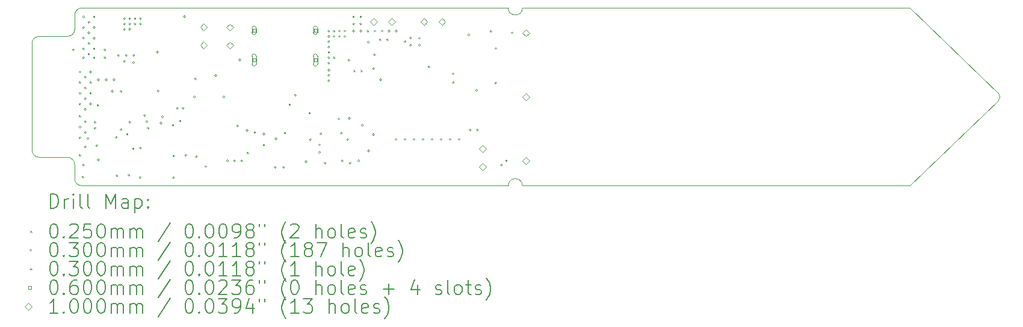
<source format=gbr>
%TF.GenerationSoftware,KiCad,Pcbnew,9.0.0*%
%TF.CreationDate,2025-03-11T16:46:41+02:00*%
%TF.ProjectId,Plant-health-meter,506c616e-742d-4686-9561-6c74682d6d65,rev?*%
%TF.SameCoordinates,Original*%
%TF.FileFunction,Drillmap*%
%TF.FilePolarity,Positive*%
%FSLAX45Y45*%
G04 Gerber Fmt 4.5, Leading zero omitted, Abs format (unit mm)*
G04 Created by KiCad (PCBNEW 9.0.0) date 2025-03-11 16:46:41*
%MOMM*%
%LPD*%
G01*
G04 APERTURE LIST*
%ADD10C,0.050000*%
%ADD11C,0.200000*%
%ADD12C,0.100000*%
G04 APERTURE END LIST*
D10*
X11510000Y-9750000D02*
X9225000Y-9750000D01*
X12650000Y-9750000D02*
X14400000Y-9750000D01*
X12650000Y-9750000D02*
X11510000Y-9750000D01*
X9125000Y-9850000D02*
G75*
G02*
X9225000Y-9750000I100000J0D01*
G01*
X8625000Y-11850000D02*
G75*
G02*
X8525000Y-11750000I0J100000D01*
G01*
X9225000Y-12250000D02*
G75*
G02*
X9125000Y-12150000I0J100000D01*
G01*
X15425000Y-9750000D02*
G75*
G02*
X15225000Y-9750000I-100000J0D01*
G01*
X9025000Y-11850000D02*
G75*
G02*
X9125000Y-11950000I0J-100000D01*
G01*
X9025000Y-10150000D02*
X8625000Y-10150000D01*
X9125000Y-9850000D02*
X9125000Y-10050000D01*
X22125000Y-11050000D02*
X20875000Y-12250000D01*
X14500000Y-12250000D02*
X13675000Y-12250000D01*
X20875000Y-9750000D02*
X22125000Y-10950000D01*
X15425000Y-9750000D02*
X20875000Y-9750000D01*
X9025000Y-11850000D02*
X8625000Y-11850000D01*
X15225000Y-12250000D02*
G75*
G02*
X15425000Y-12250000I100000J0D01*
G01*
X8525000Y-10250000D02*
X8525000Y-11750000D01*
X14550000Y-12250000D02*
X15225000Y-12250000D01*
X15425000Y-12250000D02*
X20875000Y-12250000D01*
X22125000Y-10950000D02*
G75*
G02*
X22125000Y-11050000I-50000J-50000D01*
G01*
X8525000Y-10250000D02*
G75*
G02*
X8625000Y-10150000I100000J0D01*
G01*
X15225000Y-9750000D02*
X14400000Y-9750000D01*
X9125000Y-12150000D02*
X9125000Y-11950000D01*
X9125000Y-10050000D02*
G75*
G02*
X9025000Y-10150000I-100000J0D01*
G01*
X14550000Y-12250000D02*
X14500000Y-12250000D01*
X9225000Y-12250000D02*
X13675000Y-12250000D01*
D11*
D12*
X13045000Y-10622500D02*
X13070000Y-10647500D01*
X13070000Y-10622500D02*
X13045000Y-10647500D01*
X13145000Y-10622500D02*
X13170000Y-10647500D01*
X13170000Y-10622500D02*
X13145000Y-10647500D01*
X9215000Y-10650000D02*
G75*
G02*
X9185000Y-10650000I-15000J0D01*
G01*
X9185000Y-10650000D02*
G75*
G02*
X9215000Y-10650000I15000J0D01*
G01*
X9215000Y-10800000D02*
G75*
G02*
X9185000Y-10800000I-15000J0D01*
G01*
X9185000Y-10800000D02*
G75*
G02*
X9215000Y-10800000I15000J0D01*
G01*
X9215000Y-10950000D02*
G75*
G02*
X9185000Y-10950000I-15000J0D01*
G01*
X9185000Y-10950000D02*
G75*
G02*
X9215000Y-10950000I15000J0D01*
G01*
X9215000Y-11100000D02*
G75*
G02*
X9185000Y-11100000I-15000J0D01*
G01*
X9185000Y-11100000D02*
G75*
G02*
X9215000Y-11100000I15000J0D01*
G01*
X9215000Y-11275000D02*
G75*
G02*
X9185000Y-11275000I-15000J0D01*
G01*
X9185000Y-11275000D02*
G75*
G02*
X9215000Y-11275000I15000J0D01*
G01*
X9215000Y-11425000D02*
G75*
G02*
X9185000Y-11425000I-15000J0D01*
G01*
X9185000Y-11425000D02*
G75*
G02*
X9215000Y-11425000I15000J0D01*
G01*
X9215000Y-11575000D02*
G75*
G02*
X9185000Y-11575000I-15000J0D01*
G01*
X9185000Y-11575000D02*
G75*
G02*
X9215000Y-11575000I15000J0D01*
G01*
X9215000Y-11825000D02*
G75*
G02*
X9185000Y-11825000I-15000J0D01*
G01*
X9185000Y-11825000D02*
G75*
G02*
X9215000Y-11825000I15000J0D01*
G01*
X9255000Y-12130000D02*
G75*
G02*
X9225000Y-12130000I-15000J0D01*
G01*
X9225000Y-12130000D02*
G75*
G02*
X9255000Y-12130000I15000J0D01*
G01*
X9265000Y-9875000D02*
G75*
G02*
X9235000Y-9875000I-15000J0D01*
G01*
X9235000Y-9875000D02*
G75*
G02*
X9265000Y-9875000I15000J0D01*
G01*
X9265000Y-10025000D02*
G75*
G02*
X9235000Y-10025000I-15000J0D01*
G01*
X9235000Y-10025000D02*
G75*
G02*
X9265000Y-10025000I15000J0D01*
G01*
X9265000Y-10175000D02*
G75*
G02*
X9235000Y-10175000I-15000J0D01*
G01*
X9235000Y-10175000D02*
G75*
G02*
X9265000Y-10175000I15000J0D01*
G01*
X9265000Y-10325000D02*
G75*
G02*
X9235000Y-10325000I-15000J0D01*
G01*
X9235000Y-10325000D02*
G75*
G02*
X9265000Y-10325000I15000J0D01*
G01*
X9265000Y-10450000D02*
G75*
G02*
X9235000Y-10450000I-15000J0D01*
G01*
X9235000Y-10450000D02*
G75*
G02*
X9265000Y-10450000I15000J0D01*
G01*
X9265000Y-11960000D02*
G75*
G02*
X9235000Y-11960000I-15000J0D01*
G01*
X9235000Y-11960000D02*
G75*
G02*
X9265000Y-11960000I15000J0D01*
G01*
X9290000Y-10725000D02*
G75*
G02*
X9260000Y-10725000I-15000J0D01*
G01*
X9260000Y-10725000D02*
G75*
G02*
X9290000Y-10725000I15000J0D01*
G01*
X9290000Y-10875000D02*
G75*
G02*
X9260000Y-10875000I-15000J0D01*
G01*
X9260000Y-10875000D02*
G75*
G02*
X9290000Y-10875000I15000J0D01*
G01*
X9290000Y-11025000D02*
G75*
G02*
X9260000Y-11025000I-15000J0D01*
G01*
X9260000Y-11025000D02*
G75*
G02*
X9290000Y-11025000I15000J0D01*
G01*
X9290000Y-11175000D02*
G75*
G02*
X9260000Y-11175000I-15000J0D01*
G01*
X9260000Y-11175000D02*
G75*
G02*
X9290000Y-11175000I15000J0D01*
G01*
X9290000Y-11350000D02*
G75*
G02*
X9260000Y-11350000I-15000J0D01*
G01*
X9260000Y-11350000D02*
G75*
G02*
X9290000Y-11350000I15000J0D01*
G01*
X9290000Y-11500000D02*
G75*
G02*
X9260000Y-11500000I-15000J0D01*
G01*
X9260000Y-11500000D02*
G75*
G02*
X9290000Y-11500000I15000J0D01*
G01*
X9290000Y-11700000D02*
G75*
G02*
X9260000Y-11700000I-15000J0D01*
G01*
X9260000Y-11700000D02*
G75*
G02*
X9290000Y-11700000I15000J0D01*
G01*
X9325000Y-11585000D02*
G75*
G02*
X9295000Y-11585000I-15000J0D01*
G01*
X9295000Y-11585000D02*
G75*
G02*
X9325000Y-11585000I15000J0D01*
G01*
X9340000Y-9950000D02*
G75*
G02*
X9310000Y-9950000I-15000J0D01*
G01*
X9310000Y-9950000D02*
G75*
G02*
X9340000Y-9950000I15000J0D01*
G01*
X9340000Y-10100000D02*
G75*
G02*
X9310000Y-10100000I-15000J0D01*
G01*
X9310000Y-10100000D02*
G75*
G02*
X9340000Y-10100000I15000J0D01*
G01*
X9340000Y-10250000D02*
G75*
G02*
X9310000Y-10250000I-15000J0D01*
G01*
X9310000Y-10250000D02*
G75*
G02*
X9340000Y-10250000I15000J0D01*
G01*
X9340000Y-10400000D02*
G75*
G02*
X9310000Y-10400000I-15000J0D01*
G01*
X9310000Y-10400000D02*
G75*
G02*
X9340000Y-10400000I15000J0D01*
G01*
X9365000Y-10650000D02*
G75*
G02*
X9335000Y-10650000I-15000J0D01*
G01*
X9335000Y-10650000D02*
G75*
G02*
X9365000Y-10650000I15000J0D01*
G01*
X9365000Y-10800000D02*
G75*
G02*
X9335000Y-10800000I-15000J0D01*
G01*
X9335000Y-10800000D02*
G75*
G02*
X9365000Y-10800000I15000J0D01*
G01*
X9365000Y-10950000D02*
G75*
G02*
X9335000Y-10950000I-15000J0D01*
G01*
X9335000Y-10950000D02*
G75*
G02*
X9365000Y-10950000I15000J0D01*
G01*
X9365000Y-11100000D02*
G75*
G02*
X9335000Y-11100000I-15000J0D01*
G01*
X9335000Y-11100000D02*
G75*
G02*
X9365000Y-11100000I15000J0D01*
G01*
X9415000Y-9875000D02*
G75*
G02*
X9385000Y-9875000I-15000J0D01*
G01*
X9385000Y-9875000D02*
G75*
G02*
X9415000Y-9875000I15000J0D01*
G01*
X9415000Y-10025000D02*
G75*
G02*
X9385000Y-10025000I-15000J0D01*
G01*
X9385000Y-10025000D02*
G75*
G02*
X9415000Y-10025000I15000J0D01*
G01*
X9415000Y-10175000D02*
G75*
G02*
X9385000Y-10175000I-15000J0D01*
G01*
X9385000Y-10175000D02*
G75*
G02*
X9415000Y-10175000I15000J0D01*
G01*
X9415000Y-10325000D02*
G75*
G02*
X9385000Y-10325000I-15000J0D01*
G01*
X9385000Y-10325000D02*
G75*
G02*
X9415000Y-10325000I15000J0D01*
G01*
X9415000Y-10450000D02*
G75*
G02*
X9385000Y-10450000I-15000J0D01*
G01*
X9385000Y-10450000D02*
G75*
G02*
X9415000Y-10450000I15000J0D01*
G01*
X9425000Y-11360000D02*
G75*
G02*
X9395000Y-11360000I-15000J0D01*
G01*
X9395000Y-11360000D02*
G75*
G02*
X9425000Y-11360000I15000J0D01*
G01*
X9425000Y-11440000D02*
G75*
G02*
X9395000Y-11440000I-15000J0D01*
G01*
X9395000Y-11440000D02*
G75*
G02*
X9425000Y-11440000I15000J0D01*
G01*
X9450000Y-11685000D02*
G75*
G02*
X9420000Y-11685000I-15000J0D01*
G01*
X9420000Y-11685000D02*
G75*
G02*
X9450000Y-11685000I15000J0D01*
G01*
X9465000Y-11120000D02*
G75*
G02*
X9435000Y-11120000I-15000J0D01*
G01*
X9435000Y-11120000D02*
G75*
G02*
X9465000Y-11120000I15000J0D01*
G01*
X9475000Y-10760000D02*
G75*
G02*
X9445000Y-10760000I-15000J0D01*
G01*
X9445000Y-10760000D02*
G75*
G02*
X9475000Y-10760000I15000J0D01*
G01*
X9475000Y-11885000D02*
G75*
G02*
X9445000Y-11885000I-15000J0D01*
G01*
X9445000Y-11885000D02*
G75*
G02*
X9475000Y-11885000I15000J0D01*
G01*
X9565000Y-10450000D02*
G75*
G02*
X9535000Y-10450000I-15000J0D01*
G01*
X9535000Y-10450000D02*
G75*
G02*
X9565000Y-10450000I15000J0D01*
G01*
X9565000Y-10340000D02*
G75*
G02*
X9535000Y-10340000I-15000J0D01*
G01*
X9535000Y-10340000D02*
G75*
G02*
X9565000Y-10340000I15000J0D01*
G01*
X9585000Y-10760000D02*
G75*
G02*
X9555000Y-10760000I-15000J0D01*
G01*
X9555000Y-10760000D02*
G75*
G02*
X9585000Y-10760000I15000J0D01*
G01*
X9669485Y-10922329D02*
G75*
G02*
X9639485Y-10922329I-15000J0D01*
G01*
X9639485Y-10922329D02*
G75*
G02*
X9669485Y-10922329I15000J0D01*
G01*
X9695000Y-10760000D02*
G75*
G02*
X9665000Y-10760000I-15000J0D01*
G01*
X9665000Y-10760000D02*
G75*
G02*
X9695000Y-10760000I15000J0D01*
G01*
X9725000Y-11570000D02*
G75*
G02*
X9695000Y-11570000I-15000J0D01*
G01*
X9695000Y-11570000D02*
G75*
G02*
X9725000Y-11570000I15000J0D01*
G01*
X9735000Y-12110000D02*
G75*
G02*
X9705000Y-12110000I-15000J0D01*
G01*
X9705000Y-12110000D02*
G75*
G02*
X9735000Y-12110000I15000J0D01*
G01*
X9756617Y-10419130D02*
G75*
G02*
X9726617Y-10419130I-15000J0D01*
G01*
X9726617Y-10419130D02*
G75*
G02*
X9756617Y-10419130I15000J0D01*
G01*
X9794629Y-10923500D02*
G75*
G02*
X9764629Y-10923500I-15000J0D01*
G01*
X9764629Y-10923500D02*
G75*
G02*
X9794629Y-10923500I15000J0D01*
G01*
X9795000Y-11460000D02*
G75*
G02*
X9765000Y-11460000I-15000J0D01*
G01*
X9765000Y-11460000D02*
G75*
G02*
X9795000Y-11460000I15000J0D01*
G01*
X9840000Y-9900000D02*
G75*
G02*
X9810000Y-9900000I-15000J0D01*
G01*
X9810000Y-9900000D02*
G75*
G02*
X9840000Y-9900000I15000J0D01*
G01*
X9840000Y-9975000D02*
G75*
G02*
X9810000Y-9975000I-15000J0D01*
G01*
X9810000Y-9975000D02*
G75*
G02*
X9840000Y-9975000I15000J0D01*
G01*
X9840000Y-10050000D02*
G75*
G02*
X9810000Y-10050000I-15000J0D01*
G01*
X9810000Y-10050000D02*
G75*
G02*
X9840000Y-10050000I15000J0D01*
G01*
X9840000Y-10500000D02*
G75*
G02*
X9810000Y-10500000I-15000J0D01*
G01*
X9810000Y-10500000D02*
G75*
G02*
X9840000Y-10500000I15000J0D01*
G01*
X9865000Y-10420000D02*
G75*
G02*
X9835000Y-10420000I-15000J0D01*
G01*
X9835000Y-10420000D02*
G75*
G02*
X9865000Y-10420000I15000J0D01*
G01*
X9880000Y-11525000D02*
G75*
G02*
X9850000Y-11525000I-15000J0D01*
G01*
X9850000Y-11525000D02*
G75*
G02*
X9880000Y-11525000I15000J0D01*
G01*
X9905000Y-12100000D02*
G75*
G02*
X9875000Y-12100000I-15000J0D01*
G01*
X9875000Y-12100000D02*
G75*
G02*
X9905000Y-12100000I15000J0D01*
G01*
X9915000Y-9900000D02*
G75*
G02*
X9885000Y-9900000I-15000J0D01*
G01*
X9885000Y-9900000D02*
G75*
G02*
X9915000Y-9900000I15000J0D01*
G01*
X9915000Y-9975000D02*
G75*
G02*
X9885000Y-9975000I-15000J0D01*
G01*
X9885000Y-9975000D02*
G75*
G02*
X9915000Y-9975000I15000J0D01*
G01*
X9915000Y-10050000D02*
G75*
G02*
X9885000Y-10050000I-15000J0D01*
G01*
X9885000Y-10050000D02*
G75*
G02*
X9915000Y-10050000I15000J0D01*
G01*
X9916000Y-11360000D02*
G75*
G02*
X9886000Y-11360000I-15000J0D01*
G01*
X9886000Y-11360000D02*
G75*
G02*
X9916000Y-11360000I15000J0D01*
G01*
X9965000Y-11730000D02*
G75*
G02*
X9935000Y-11730000I-15000J0D01*
G01*
X9935000Y-11730000D02*
G75*
G02*
X9965000Y-11730000I15000J0D01*
G01*
X9970000Y-10420000D02*
G75*
G02*
X9940000Y-10420000I-15000J0D01*
G01*
X9940000Y-10420000D02*
G75*
G02*
X9970000Y-10420000I15000J0D01*
G01*
X9970000Y-10520000D02*
G75*
G02*
X9940000Y-10520000I-15000J0D01*
G01*
X9940000Y-10520000D02*
G75*
G02*
X9970000Y-10520000I15000J0D01*
G01*
X9990000Y-9900000D02*
G75*
G02*
X9960000Y-9900000I-15000J0D01*
G01*
X9960000Y-9900000D02*
G75*
G02*
X9990000Y-9900000I15000J0D01*
G01*
X9990000Y-9975000D02*
G75*
G02*
X9960000Y-9975000I-15000J0D01*
G01*
X9960000Y-9975000D02*
G75*
G02*
X9990000Y-9975000I15000J0D01*
G01*
X10060000Y-12135000D02*
G75*
G02*
X10030000Y-12135000I-15000J0D01*
G01*
X10030000Y-12135000D02*
G75*
G02*
X10060000Y-12135000I15000J0D01*
G01*
X10065000Y-9900000D02*
G75*
G02*
X10035000Y-9900000I-15000J0D01*
G01*
X10035000Y-9900000D02*
G75*
G02*
X10065000Y-9900000I15000J0D01*
G01*
X10065000Y-9975000D02*
G75*
G02*
X10035000Y-9975000I-15000J0D01*
G01*
X10035000Y-9975000D02*
G75*
G02*
X10065000Y-9975000I15000J0D01*
G01*
X10065000Y-11720000D02*
G75*
G02*
X10035000Y-11720000I-15000J0D01*
G01*
X10035000Y-11720000D02*
G75*
G02*
X10065000Y-11720000I15000J0D01*
G01*
X10123318Y-11261682D02*
G75*
G02*
X10093318Y-11261682I-15000J0D01*
G01*
X10093318Y-11261682D02*
G75*
G02*
X10123318Y-11261682I15000J0D01*
G01*
X10156000Y-11350000D02*
G75*
G02*
X10126000Y-11350000I-15000J0D01*
G01*
X10126000Y-11350000D02*
G75*
G02*
X10156000Y-11350000I15000J0D01*
G01*
X10175000Y-11440000D02*
G75*
G02*
X10145000Y-11440000I-15000J0D01*
G01*
X10145000Y-11440000D02*
G75*
G02*
X10175000Y-11440000I15000J0D01*
G01*
X10305000Y-10370000D02*
G75*
G02*
X10275000Y-10370000I-15000J0D01*
G01*
X10275000Y-10370000D02*
G75*
G02*
X10305000Y-10370000I15000J0D01*
G01*
X10315000Y-10920000D02*
G75*
G02*
X10285000Y-10920000I-15000J0D01*
G01*
X10285000Y-10920000D02*
G75*
G02*
X10315000Y-10920000I15000J0D01*
G01*
X10355000Y-11370000D02*
G75*
G02*
X10325000Y-11370000I-15000J0D01*
G01*
X10325000Y-11370000D02*
G75*
G02*
X10355000Y-11370000I15000J0D01*
G01*
X10376000Y-11280000D02*
G75*
G02*
X10346000Y-11280000I-15000J0D01*
G01*
X10346000Y-11280000D02*
G75*
G02*
X10376000Y-11280000I15000J0D01*
G01*
X10525000Y-11400000D02*
G75*
G02*
X10495000Y-11400000I-15000J0D01*
G01*
X10495000Y-11400000D02*
G75*
G02*
X10525000Y-11400000I15000J0D01*
G01*
X10530000Y-12140000D02*
G75*
G02*
X10500000Y-12140000I-15000J0D01*
G01*
X10500000Y-12140000D02*
G75*
G02*
X10530000Y-12140000I15000J0D01*
G01*
X10532500Y-11830000D02*
G75*
G02*
X10502500Y-11830000I-15000J0D01*
G01*
X10502500Y-11830000D02*
G75*
G02*
X10532500Y-11830000I15000J0D01*
G01*
X10585000Y-11160000D02*
G75*
G02*
X10555000Y-11160000I-15000J0D01*
G01*
X10555000Y-11160000D02*
G75*
G02*
X10585000Y-11160000I15000J0D01*
G01*
X10625000Y-11340000D02*
G75*
G02*
X10595000Y-11340000I-15000J0D01*
G01*
X10595000Y-11340000D02*
G75*
G02*
X10625000Y-11340000I15000J0D01*
G01*
X10665000Y-11160000D02*
G75*
G02*
X10635000Y-11160000I-15000J0D01*
G01*
X10635000Y-11160000D02*
G75*
G02*
X10665000Y-11160000I15000J0D01*
G01*
X10685000Y-9872500D02*
G75*
G02*
X10655000Y-9872500I-15000J0D01*
G01*
X10655000Y-9872500D02*
G75*
G02*
X10685000Y-9872500I15000J0D01*
G01*
X10705000Y-11820000D02*
G75*
G02*
X10675000Y-11820000I-15000J0D01*
G01*
X10675000Y-11820000D02*
G75*
G02*
X10705000Y-11820000I15000J0D01*
G01*
X10825000Y-11000000D02*
G75*
G02*
X10795000Y-11000000I-15000J0D01*
G01*
X10795000Y-11000000D02*
G75*
G02*
X10825000Y-11000000I15000J0D01*
G01*
X10840000Y-10750000D02*
G75*
G02*
X10810000Y-10750000I-15000J0D01*
G01*
X10810000Y-10750000D02*
G75*
G02*
X10840000Y-10750000I15000J0D01*
G01*
X10852500Y-11840000D02*
G75*
G02*
X10822500Y-11840000I-15000J0D01*
G01*
X10822500Y-11840000D02*
G75*
G02*
X10852500Y-11840000I15000J0D01*
G01*
X10985000Y-11980000D02*
G75*
G02*
X10955000Y-11980000I-15000J0D01*
G01*
X10955000Y-11980000D02*
G75*
G02*
X10985000Y-11980000I15000J0D01*
G01*
X11125000Y-10700000D02*
G75*
G02*
X11095000Y-10700000I-15000J0D01*
G01*
X11095000Y-10700000D02*
G75*
G02*
X11125000Y-10700000I15000J0D01*
G01*
X11240000Y-11000000D02*
G75*
G02*
X11210000Y-11000000I-15000J0D01*
G01*
X11210000Y-11000000D02*
G75*
G02*
X11240000Y-11000000I15000J0D01*
G01*
X11290000Y-11900000D02*
G75*
G02*
X11260000Y-11900000I-15000J0D01*
G01*
X11260000Y-11900000D02*
G75*
G02*
X11290000Y-11900000I15000J0D01*
G01*
X11390000Y-11900000D02*
G75*
G02*
X11360000Y-11900000I-15000J0D01*
G01*
X11360000Y-11900000D02*
G75*
G02*
X11390000Y-11900000I15000J0D01*
G01*
X11433158Y-11411000D02*
G75*
G02*
X11403158Y-11411000I-15000J0D01*
G01*
X11403158Y-11411000D02*
G75*
G02*
X11433158Y-11411000I15000J0D01*
G01*
X11465000Y-10480000D02*
G75*
G02*
X11435000Y-10480000I-15000J0D01*
G01*
X11435000Y-10480000D02*
G75*
G02*
X11465000Y-10480000I15000J0D01*
G01*
X11490000Y-11900000D02*
G75*
G02*
X11460000Y-11900000I-15000J0D01*
G01*
X11460000Y-11900000D02*
G75*
G02*
X11490000Y-11900000I15000J0D01*
G01*
X11565000Y-11470000D02*
G75*
G02*
X11535000Y-11470000I-15000J0D01*
G01*
X11535000Y-11470000D02*
G75*
G02*
X11565000Y-11470000I15000J0D01*
G01*
X11575000Y-11790000D02*
G75*
G02*
X11545000Y-11790000I-15000J0D01*
G01*
X11545000Y-11790000D02*
G75*
G02*
X11575000Y-11790000I15000J0D01*
G01*
X11675000Y-11500000D02*
G75*
G02*
X11645000Y-11500000I-15000J0D01*
G01*
X11645000Y-11500000D02*
G75*
G02*
X11675000Y-11500000I15000J0D01*
G01*
X11802000Y-11520245D02*
G75*
G02*
X11772000Y-11520245I-15000J0D01*
G01*
X11772000Y-11520245D02*
G75*
G02*
X11802000Y-11520245I15000J0D01*
G01*
X11802000Y-11680245D02*
G75*
G02*
X11772000Y-11680245I-15000J0D01*
G01*
X11772000Y-11680245D02*
G75*
G02*
X11802000Y-11680245I15000J0D01*
G01*
X11960000Y-11990000D02*
G75*
G02*
X11930000Y-11990000I-15000J0D01*
G01*
X11930000Y-11990000D02*
G75*
G02*
X11960000Y-11990000I15000J0D01*
G01*
X11972000Y-11590245D02*
G75*
G02*
X11942000Y-11590245I-15000J0D01*
G01*
X11942000Y-11590245D02*
G75*
G02*
X11972000Y-11590245I15000J0D01*
G01*
X12080000Y-11990000D02*
G75*
G02*
X12050000Y-11990000I-15000J0D01*
G01*
X12050000Y-11990000D02*
G75*
G02*
X12080000Y-11990000I15000J0D01*
G01*
X12100000Y-11510000D02*
G75*
G02*
X12070000Y-11510000I-15000J0D01*
G01*
X12070000Y-11510000D02*
G75*
G02*
X12100000Y-11510000I15000J0D01*
G01*
X12165000Y-11111000D02*
G75*
G02*
X12135000Y-11111000I-15000J0D01*
G01*
X12135000Y-11111000D02*
G75*
G02*
X12165000Y-11111000I15000J0D01*
G01*
X12245000Y-10980000D02*
G75*
G02*
X12215000Y-10980000I-15000J0D01*
G01*
X12215000Y-10980000D02*
G75*
G02*
X12245000Y-10980000I15000J0D01*
G01*
X12395000Y-11910000D02*
G75*
G02*
X12365000Y-11910000I-15000J0D01*
G01*
X12365000Y-11910000D02*
G75*
G02*
X12395000Y-11910000I15000J0D01*
G01*
X12445000Y-11230000D02*
G75*
G02*
X12415000Y-11230000I-15000J0D01*
G01*
X12415000Y-11230000D02*
G75*
G02*
X12445000Y-11230000I15000J0D01*
G01*
X12455000Y-11600000D02*
G75*
G02*
X12425000Y-11600000I-15000J0D01*
G01*
X12425000Y-11600000D02*
G75*
G02*
X12455000Y-11600000I15000J0D01*
G01*
X12585000Y-11780000D02*
G75*
G02*
X12555000Y-11780000I-15000J0D01*
G01*
X12555000Y-11780000D02*
G75*
G02*
X12585000Y-11780000I15000J0D01*
G01*
X12585625Y-11675000D02*
G75*
G02*
X12555625Y-11675000I-15000J0D01*
G01*
X12555625Y-11675000D02*
G75*
G02*
X12585625Y-11675000I15000J0D01*
G01*
X12605000Y-11520000D02*
G75*
G02*
X12575000Y-11520000I-15000J0D01*
G01*
X12575000Y-11520000D02*
G75*
G02*
X12605000Y-11520000I15000J0D01*
G01*
X12665000Y-11930000D02*
G75*
G02*
X12635000Y-11930000I-15000J0D01*
G01*
X12635000Y-11930000D02*
G75*
G02*
X12665000Y-11930000I15000J0D01*
G01*
X12715000Y-10075000D02*
G75*
G02*
X12685000Y-10075000I-15000J0D01*
G01*
X12685000Y-10075000D02*
G75*
G02*
X12715000Y-10075000I15000J0D01*
G01*
X12715000Y-10150000D02*
G75*
G02*
X12685000Y-10150000I-15000J0D01*
G01*
X12685000Y-10150000D02*
G75*
G02*
X12715000Y-10150000I15000J0D01*
G01*
X12715000Y-10225000D02*
G75*
G02*
X12685000Y-10225000I-15000J0D01*
G01*
X12685000Y-10225000D02*
G75*
G02*
X12715000Y-10225000I15000J0D01*
G01*
X12715000Y-10300000D02*
G75*
G02*
X12685000Y-10300000I-15000J0D01*
G01*
X12685000Y-10300000D02*
G75*
G02*
X12715000Y-10300000I15000J0D01*
G01*
X12715000Y-10375000D02*
G75*
G02*
X12685000Y-10375000I-15000J0D01*
G01*
X12685000Y-10375000D02*
G75*
G02*
X12715000Y-10375000I15000J0D01*
G01*
X12715000Y-10450000D02*
G75*
G02*
X12685000Y-10450000I-15000J0D01*
G01*
X12685000Y-10450000D02*
G75*
G02*
X12715000Y-10450000I15000J0D01*
G01*
X12715000Y-10525000D02*
G75*
G02*
X12685000Y-10525000I-15000J0D01*
G01*
X12685000Y-10525000D02*
G75*
G02*
X12715000Y-10525000I15000J0D01*
G01*
X12715000Y-10625000D02*
G75*
G02*
X12685000Y-10625000I-15000J0D01*
G01*
X12685000Y-10625000D02*
G75*
G02*
X12715000Y-10625000I15000J0D01*
G01*
X12715000Y-10700000D02*
G75*
G02*
X12685000Y-10700000I-15000J0D01*
G01*
X12685000Y-10700000D02*
G75*
G02*
X12715000Y-10700000I15000J0D01*
G01*
X12715000Y-10775000D02*
G75*
G02*
X12685000Y-10775000I-15000J0D01*
G01*
X12685000Y-10775000D02*
G75*
G02*
X12715000Y-10775000I15000J0D01*
G01*
X12790000Y-10075000D02*
G75*
G02*
X12760000Y-10075000I-15000J0D01*
G01*
X12760000Y-10075000D02*
G75*
G02*
X12790000Y-10075000I15000J0D01*
G01*
X12790000Y-10150000D02*
G75*
G02*
X12760000Y-10150000I-15000J0D01*
G01*
X12760000Y-10150000D02*
G75*
G02*
X12790000Y-10150000I15000J0D01*
G01*
X12790000Y-10450000D02*
G75*
G02*
X12760000Y-10450000I-15000J0D01*
G01*
X12760000Y-10450000D02*
G75*
G02*
X12790000Y-10450000I15000J0D01*
G01*
X12855000Y-11310000D02*
G75*
G02*
X12825000Y-11310000I-15000J0D01*
G01*
X12825000Y-11310000D02*
G75*
G02*
X12855000Y-11310000I15000J0D01*
G01*
X12865000Y-10075000D02*
G75*
G02*
X12835000Y-10075000I-15000J0D01*
G01*
X12835000Y-10075000D02*
G75*
G02*
X12865000Y-10075000I15000J0D01*
G01*
X12865000Y-10150000D02*
G75*
G02*
X12835000Y-10150000I-15000J0D01*
G01*
X12835000Y-10150000D02*
G75*
G02*
X12865000Y-10150000I15000J0D01*
G01*
X12892812Y-11512187D02*
G75*
G02*
X12862812Y-11512187I-15000J0D01*
G01*
X12862812Y-11512187D02*
G75*
G02*
X12892812Y-11512187I15000J0D01*
G01*
X12905000Y-11900000D02*
G75*
G02*
X12875000Y-11900000I-15000J0D01*
G01*
X12875000Y-11900000D02*
G75*
G02*
X12905000Y-11900000I15000J0D01*
G01*
X12940000Y-10075000D02*
G75*
G02*
X12910000Y-10075000I-15000J0D01*
G01*
X12910000Y-10075000D02*
G75*
G02*
X12940000Y-10075000I15000J0D01*
G01*
X12940000Y-10150000D02*
G75*
G02*
X12910000Y-10150000I-15000J0D01*
G01*
X12910000Y-10150000D02*
G75*
G02*
X12940000Y-10150000I15000J0D01*
G01*
X12980625Y-11600000D02*
G75*
G02*
X12950625Y-11600000I-15000J0D01*
G01*
X12950625Y-11600000D02*
G75*
G02*
X12980625Y-11600000I15000J0D01*
G01*
X12999000Y-10486000D02*
G75*
G02*
X12969000Y-10486000I-15000J0D01*
G01*
X12969000Y-10486000D02*
G75*
G02*
X12999000Y-10486000I15000J0D01*
G01*
X13005000Y-11302100D02*
G75*
G02*
X12975000Y-11302100I-15000J0D01*
G01*
X12975000Y-11302100D02*
G75*
G02*
X13005000Y-11302100I15000J0D01*
G01*
X13015000Y-11930000D02*
G75*
G02*
X12985000Y-11930000I-15000J0D01*
G01*
X12985000Y-11930000D02*
G75*
G02*
X13015000Y-11930000I15000J0D01*
G01*
X13065000Y-9875000D02*
G75*
G02*
X13035000Y-9875000I-15000J0D01*
G01*
X13035000Y-9875000D02*
G75*
G02*
X13065000Y-9875000I15000J0D01*
G01*
X13065000Y-9975000D02*
G75*
G02*
X13035000Y-9975000I-15000J0D01*
G01*
X13035000Y-9975000D02*
G75*
G02*
X13065000Y-9975000I15000J0D01*
G01*
X13065000Y-10075000D02*
G75*
G02*
X13035000Y-10075000I-15000J0D01*
G01*
X13035000Y-10075000D02*
G75*
G02*
X13065000Y-10075000I15000J0D01*
G01*
X13135000Y-11900000D02*
G75*
G02*
X13105000Y-11900000I-15000J0D01*
G01*
X13105000Y-11900000D02*
G75*
G02*
X13135000Y-11900000I15000J0D01*
G01*
X13165000Y-9875000D02*
G75*
G02*
X13135000Y-9875000I-15000J0D01*
G01*
X13135000Y-9875000D02*
G75*
G02*
X13165000Y-9875000I15000J0D01*
G01*
X13165000Y-9975000D02*
G75*
G02*
X13135000Y-9975000I-15000J0D01*
G01*
X13135000Y-9975000D02*
G75*
G02*
X13165000Y-9975000I15000J0D01*
G01*
X13165000Y-10075000D02*
G75*
G02*
X13135000Y-10075000I-15000J0D01*
G01*
X13135000Y-10075000D02*
G75*
G02*
X13165000Y-10075000I15000J0D01*
G01*
X13185000Y-11400000D02*
G75*
G02*
X13155000Y-11400000I-15000J0D01*
G01*
X13155000Y-11400000D02*
G75*
G02*
X13185000Y-11400000I15000J0D01*
G01*
X13265000Y-10075000D02*
G75*
G02*
X13235000Y-10075000I-15000J0D01*
G01*
X13235000Y-10075000D02*
G75*
G02*
X13265000Y-10075000I15000J0D01*
G01*
X13272500Y-10230000D02*
G75*
G02*
X13242500Y-10230000I-15000J0D01*
G01*
X13242500Y-10230000D02*
G75*
G02*
X13272500Y-10230000I15000J0D01*
G01*
X13275000Y-11760000D02*
G75*
G02*
X13245000Y-11760000I-15000J0D01*
G01*
X13245000Y-11760000D02*
G75*
G02*
X13275000Y-11760000I15000J0D01*
G01*
X13345000Y-10600000D02*
G75*
G02*
X13315000Y-10600000I-15000J0D01*
G01*
X13315000Y-10600000D02*
G75*
G02*
X13345000Y-10600000I15000J0D01*
G01*
X13345000Y-11530000D02*
G75*
G02*
X13315000Y-11530000I-15000J0D01*
G01*
X13315000Y-11530000D02*
G75*
G02*
X13345000Y-11530000I15000J0D01*
G01*
X13358500Y-10406000D02*
G75*
G02*
X13328500Y-10406000I-15000J0D01*
G01*
X13328500Y-10406000D02*
G75*
G02*
X13358500Y-10406000I15000J0D01*
G01*
X13365000Y-10075000D02*
G75*
G02*
X13335000Y-10075000I-15000J0D01*
G01*
X13335000Y-10075000D02*
G75*
G02*
X13365000Y-10075000I15000J0D01*
G01*
X13440000Y-10200000D02*
G75*
G02*
X13410000Y-10200000I-15000J0D01*
G01*
X13410000Y-10200000D02*
G75*
G02*
X13440000Y-10200000I15000J0D01*
G01*
X13445000Y-10760000D02*
G75*
G02*
X13415000Y-10760000I-15000J0D01*
G01*
X13415000Y-10760000D02*
G75*
G02*
X13445000Y-10760000I15000J0D01*
G01*
X13465000Y-10075000D02*
G75*
G02*
X13435000Y-10075000I-15000J0D01*
G01*
X13435000Y-10075000D02*
G75*
G02*
X13465000Y-10075000I15000J0D01*
G01*
X13540000Y-10200000D02*
G75*
G02*
X13510000Y-10200000I-15000J0D01*
G01*
X13510000Y-10200000D02*
G75*
G02*
X13540000Y-10200000I15000J0D01*
G01*
X13565000Y-10075000D02*
G75*
G02*
X13535000Y-10075000I-15000J0D01*
G01*
X13535000Y-10075000D02*
G75*
G02*
X13565000Y-10075000I15000J0D01*
G01*
X13661000Y-11600000D02*
G75*
G02*
X13631000Y-11600000I-15000J0D01*
G01*
X13631000Y-11600000D02*
G75*
G02*
X13661000Y-11600000I15000J0D01*
G01*
X13665000Y-10075000D02*
G75*
G02*
X13635000Y-10075000I-15000J0D01*
G01*
X13635000Y-10075000D02*
G75*
G02*
X13665000Y-10075000I15000J0D01*
G01*
X13788000Y-11600000D02*
G75*
G02*
X13758000Y-11600000I-15000J0D01*
G01*
X13758000Y-11600000D02*
G75*
G02*
X13788000Y-11600000I15000J0D01*
G01*
X13790000Y-10225000D02*
G75*
G02*
X13760000Y-10225000I-15000J0D01*
G01*
X13760000Y-10225000D02*
G75*
G02*
X13790000Y-10225000I15000J0D01*
G01*
X13866250Y-10175000D02*
G75*
G02*
X13836250Y-10175000I-15000J0D01*
G01*
X13836250Y-10175000D02*
G75*
G02*
X13866250Y-10175000I15000J0D01*
G01*
X13866250Y-10275000D02*
G75*
G02*
X13836250Y-10275000I-15000J0D01*
G01*
X13836250Y-10275000D02*
G75*
G02*
X13866250Y-10275000I15000J0D01*
G01*
X13915000Y-11600000D02*
G75*
G02*
X13885000Y-11600000I-15000J0D01*
G01*
X13885000Y-11600000D02*
G75*
G02*
X13915000Y-11600000I15000J0D01*
G01*
X13991250Y-10175000D02*
G75*
G02*
X13961250Y-10175000I-15000J0D01*
G01*
X13961250Y-10175000D02*
G75*
G02*
X13991250Y-10175000I15000J0D01*
G01*
X13991250Y-10275000D02*
G75*
G02*
X13961250Y-10275000I-15000J0D01*
G01*
X13961250Y-10275000D02*
G75*
G02*
X13991250Y-10275000I15000J0D01*
G01*
X14042000Y-11600000D02*
G75*
G02*
X14012000Y-11600000I-15000J0D01*
G01*
X14012000Y-11600000D02*
G75*
G02*
X14042000Y-11600000I15000J0D01*
G01*
X14125000Y-10580000D02*
G75*
G02*
X14095000Y-10580000I-15000J0D01*
G01*
X14095000Y-10580000D02*
G75*
G02*
X14125000Y-10580000I15000J0D01*
G01*
X14169000Y-11600000D02*
G75*
G02*
X14139000Y-11600000I-15000J0D01*
G01*
X14139000Y-11600000D02*
G75*
G02*
X14169000Y-11600000I15000J0D01*
G01*
X14296000Y-11600000D02*
G75*
G02*
X14266000Y-11600000I-15000J0D01*
G01*
X14266000Y-11600000D02*
G75*
G02*
X14296000Y-11600000I15000J0D01*
G01*
X14423000Y-11600000D02*
G75*
G02*
X14393000Y-11600000I-15000J0D01*
G01*
X14393000Y-11600000D02*
G75*
G02*
X14423000Y-11600000I15000J0D01*
G01*
X14466250Y-10675000D02*
G75*
G02*
X14436250Y-10675000I-15000J0D01*
G01*
X14436250Y-10675000D02*
G75*
G02*
X14466250Y-10675000I15000J0D01*
G01*
X14466250Y-10800000D02*
G75*
G02*
X14436250Y-10800000I-15000J0D01*
G01*
X14436250Y-10800000D02*
G75*
G02*
X14466250Y-10800000I15000J0D01*
G01*
X14550000Y-11600000D02*
G75*
G02*
X14520000Y-11600000I-15000J0D01*
G01*
X14520000Y-11600000D02*
G75*
G02*
X14550000Y-11600000I15000J0D01*
G01*
X14685000Y-10130000D02*
G75*
G02*
X14655000Y-10130000I-15000J0D01*
G01*
X14655000Y-10130000D02*
G75*
G02*
X14685000Y-10130000I15000J0D01*
G01*
X14705000Y-11464000D02*
G75*
G02*
X14675000Y-11464000I-15000J0D01*
G01*
X14675000Y-11464000D02*
G75*
G02*
X14705000Y-11464000I15000J0D01*
G01*
X14795000Y-10910000D02*
G75*
G02*
X14765000Y-10910000I-15000J0D01*
G01*
X14765000Y-10910000D02*
G75*
G02*
X14795000Y-10910000I15000J0D01*
G01*
X14805000Y-11464000D02*
G75*
G02*
X14775000Y-11464000I-15000J0D01*
G01*
X14775000Y-11464000D02*
G75*
G02*
X14805000Y-11464000I15000J0D01*
G01*
X14995000Y-10080000D02*
G75*
G02*
X14965000Y-10080000I-15000J0D01*
G01*
X14965000Y-10080000D02*
G75*
G02*
X14995000Y-10080000I15000J0D01*
G01*
X15065000Y-10320000D02*
G75*
G02*
X15035000Y-10320000I-15000J0D01*
G01*
X15035000Y-10320000D02*
G75*
G02*
X15065000Y-10320000I15000J0D01*
G01*
X15065000Y-10805000D02*
G75*
G02*
X15035000Y-10805000I-15000J0D01*
G01*
X15035000Y-10805000D02*
G75*
G02*
X15065000Y-10805000I15000J0D01*
G01*
X15145000Y-11960000D02*
G75*
G02*
X15115000Y-11960000I-15000J0D01*
G01*
X15115000Y-11960000D02*
G75*
G02*
X15145000Y-11960000I15000J0D01*
G01*
X15215000Y-11900000D02*
G75*
G02*
X15185000Y-11900000I-15000J0D01*
G01*
X15185000Y-11900000D02*
G75*
G02*
X15215000Y-11900000I15000J0D01*
G01*
X15295000Y-10100000D02*
G75*
G02*
X15265000Y-10100000I-15000J0D01*
G01*
X15265000Y-10100000D02*
G75*
G02*
X15295000Y-10100000I15000J0D01*
G01*
X9102500Y-10320000D02*
X9102500Y-10350000D01*
X9087500Y-10335000D02*
X9117500Y-10335000D01*
X11669213Y-10086213D02*
X11669213Y-10043787D01*
X11626787Y-10043787D01*
X11626787Y-10086213D01*
X11669213Y-10086213D01*
X11678000Y-10095000D02*
X11678000Y-10035000D01*
X11618000Y-10035000D02*
G75*
G02*
X11678000Y-10035000I30000J0D01*
G01*
X11618000Y-10035000D02*
X11618000Y-10095000D01*
X11618000Y-10095000D02*
G75*
G03*
X11678000Y-10095000I30000J0D01*
G01*
X11669213Y-10504213D02*
X11669213Y-10461787D01*
X11626787Y-10461787D01*
X11626787Y-10504213D01*
X11669213Y-10504213D01*
X11678000Y-10538000D02*
X11678000Y-10428000D01*
X11618000Y-10428000D02*
G75*
G02*
X11678000Y-10428000I30000J0D01*
G01*
X11618000Y-10428000D02*
X11618000Y-10538000D01*
X11618000Y-10538000D02*
G75*
G03*
X11678000Y-10538000I30000J0D01*
G01*
X12533213Y-10086213D02*
X12533213Y-10043787D01*
X12490787Y-10043787D01*
X12490787Y-10086213D01*
X12533213Y-10086213D01*
X12542000Y-10095000D02*
X12542000Y-10035000D01*
X12482000Y-10035000D02*
G75*
G02*
X12542000Y-10035000I30000J0D01*
G01*
X12482000Y-10035000D02*
X12482000Y-10095000D01*
X12482000Y-10095000D02*
G75*
G03*
X12542000Y-10095000I30000J0D01*
G01*
X12533213Y-10504213D02*
X12533213Y-10461787D01*
X12490787Y-10461787D01*
X12490787Y-10504213D01*
X12533213Y-10504213D01*
X12542000Y-10538000D02*
X12542000Y-10428000D01*
X12482000Y-10428000D02*
G75*
G02*
X12542000Y-10428000I30000J0D01*
G01*
X12482000Y-10428000D02*
X12482000Y-10538000D01*
X12482000Y-10538000D02*
G75*
G03*
X12542000Y-10538000I30000J0D01*
G01*
X10940000Y-10070000D02*
X10990000Y-10020000D01*
X10940000Y-9970000D01*
X10890000Y-10020000D01*
X10940000Y-10070000D01*
X10940000Y-10324000D02*
X10990000Y-10274000D01*
X10940000Y-10224000D01*
X10890000Y-10274000D01*
X10940000Y-10324000D01*
X11309017Y-10073500D02*
X11359017Y-10023500D01*
X11309017Y-9973500D01*
X11259017Y-10023500D01*
X11309017Y-10073500D01*
X11309017Y-10327500D02*
X11359017Y-10277500D01*
X11309017Y-10227500D01*
X11259017Y-10277500D01*
X11309017Y-10327500D01*
X13332500Y-9990000D02*
X13382500Y-9940000D01*
X13332500Y-9890000D01*
X13282500Y-9940000D01*
X13332500Y-9990000D01*
X13586500Y-9990000D02*
X13636500Y-9940000D01*
X13586500Y-9890000D01*
X13536500Y-9940000D01*
X13586500Y-9990000D01*
X14040000Y-9990000D02*
X14090000Y-9940000D01*
X14040000Y-9890000D01*
X13990000Y-9940000D01*
X14040000Y-9990000D01*
X14294000Y-9990000D02*
X14344000Y-9940000D01*
X14294000Y-9890000D01*
X14244000Y-9940000D01*
X14294000Y-9990000D01*
X14865000Y-11777500D02*
X14915000Y-11727500D01*
X14865000Y-11677500D01*
X14815000Y-11727500D01*
X14865000Y-11777500D01*
X14865000Y-12031500D02*
X14915000Y-11981500D01*
X14865000Y-11931500D01*
X14815000Y-11981500D01*
X14865000Y-12031500D01*
X15475000Y-10150000D02*
X15525000Y-10100000D01*
X15475000Y-10050000D01*
X15425000Y-10100000D01*
X15475000Y-10150000D01*
X15475000Y-11050000D02*
X15525000Y-11000000D01*
X15475000Y-10950000D01*
X15425000Y-11000000D01*
X15475000Y-11050000D01*
X15475000Y-11950000D02*
X15525000Y-11900000D01*
X15475000Y-11850000D01*
X15425000Y-11900000D01*
X15475000Y-11950000D01*
D11*
X8783277Y-12563984D02*
X8783277Y-12363984D01*
X8783277Y-12363984D02*
X8830896Y-12363984D01*
X8830896Y-12363984D02*
X8859467Y-12373508D01*
X8859467Y-12373508D02*
X8878515Y-12392555D01*
X8878515Y-12392555D02*
X8888039Y-12411603D01*
X8888039Y-12411603D02*
X8897563Y-12449698D01*
X8897563Y-12449698D02*
X8897563Y-12478269D01*
X8897563Y-12478269D02*
X8888039Y-12516365D01*
X8888039Y-12516365D02*
X8878515Y-12535412D01*
X8878515Y-12535412D02*
X8859467Y-12554460D01*
X8859467Y-12554460D02*
X8830896Y-12563984D01*
X8830896Y-12563984D02*
X8783277Y-12563984D01*
X8983277Y-12563984D02*
X8983277Y-12430650D01*
X8983277Y-12468746D02*
X8992801Y-12449698D01*
X8992801Y-12449698D02*
X9002324Y-12440174D01*
X9002324Y-12440174D02*
X9021372Y-12430650D01*
X9021372Y-12430650D02*
X9040420Y-12430650D01*
X9107086Y-12563984D02*
X9107086Y-12430650D01*
X9107086Y-12363984D02*
X9097563Y-12373508D01*
X9097563Y-12373508D02*
X9107086Y-12383031D01*
X9107086Y-12383031D02*
X9116610Y-12373508D01*
X9116610Y-12373508D02*
X9107086Y-12363984D01*
X9107086Y-12363984D02*
X9107086Y-12383031D01*
X9230896Y-12563984D02*
X9211848Y-12554460D01*
X9211848Y-12554460D02*
X9202324Y-12535412D01*
X9202324Y-12535412D02*
X9202324Y-12363984D01*
X9335658Y-12563984D02*
X9316610Y-12554460D01*
X9316610Y-12554460D02*
X9307086Y-12535412D01*
X9307086Y-12535412D02*
X9307086Y-12363984D01*
X9564229Y-12563984D02*
X9564229Y-12363984D01*
X9564229Y-12363984D02*
X9630896Y-12506841D01*
X9630896Y-12506841D02*
X9697563Y-12363984D01*
X9697563Y-12363984D02*
X9697563Y-12563984D01*
X9878515Y-12563984D02*
X9878515Y-12459222D01*
X9878515Y-12459222D02*
X9868991Y-12440174D01*
X9868991Y-12440174D02*
X9849944Y-12430650D01*
X9849944Y-12430650D02*
X9811848Y-12430650D01*
X9811848Y-12430650D02*
X9792801Y-12440174D01*
X9878515Y-12554460D02*
X9859467Y-12563984D01*
X9859467Y-12563984D02*
X9811848Y-12563984D01*
X9811848Y-12563984D02*
X9792801Y-12554460D01*
X9792801Y-12554460D02*
X9783277Y-12535412D01*
X9783277Y-12535412D02*
X9783277Y-12516365D01*
X9783277Y-12516365D02*
X9792801Y-12497317D01*
X9792801Y-12497317D02*
X9811848Y-12487793D01*
X9811848Y-12487793D02*
X9859467Y-12487793D01*
X9859467Y-12487793D02*
X9878515Y-12478269D01*
X9973753Y-12430650D02*
X9973753Y-12630650D01*
X9973753Y-12440174D02*
X9992801Y-12430650D01*
X9992801Y-12430650D02*
X10030896Y-12430650D01*
X10030896Y-12430650D02*
X10049944Y-12440174D01*
X10049944Y-12440174D02*
X10059467Y-12449698D01*
X10059467Y-12449698D02*
X10068991Y-12468746D01*
X10068991Y-12468746D02*
X10068991Y-12525888D01*
X10068991Y-12525888D02*
X10059467Y-12544936D01*
X10059467Y-12544936D02*
X10049944Y-12554460D01*
X10049944Y-12554460D02*
X10030896Y-12563984D01*
X10030896Y-12563984D02*
X9992801Y-12563984D01*
X9992801Y-12563984D02*
X9973753Y-12554460D01*
X10154705Y-12544936D02*
X10164229Y-12554460D01*
X10164229Y-12554460D02*
X10154705Y-12563984D01*
X10154705Y-12563984D02*
X10145182Y-12554460D01*
X10145182Y-12554460D02*
X10154705Y-12544936D01*
X10154705Y-12544936D02*
X10154705Y-12563984D01*
X10154705Y-12440174D02*
X10164229Y-12449698D01*
X10164229Y-12449698D02*
X10154705Y-12459222D01*
X10154705Y-12459222D02*
X10145182Y-12449698D01*
X10145182Y-12449698D02*
X10154705Y-12440174D01*
X10154705Y-12440174D02*
X10154705Y-12459222D01*
D12*
X8497500Y-12880000D02*
X8522500Y-12905000D01*
X8522500Y-12880000D02*
X8497500Y-12905000D01*
D11*
X8821372Y-12783984D02*
X8840420Y-12783984D01*
X8840420Y-12783984D02*
X8859467Y-12793508D01*
X8859467Y-12793508D02*
X8868991Y-12803031D01*
X8868991Y-12803031D02*
X8878515Y-12822079D01*
X8878515Y-12822079D02*
X8888039Y-12860174D01*
X8888039Y-12860174D02*
X8888039Y-12907793D01*
X8888039Y-12907793D02*
X8878515Y-12945888D01*
X8878515Y-12945888D02*
X8868991Y-12964936D01*
X8868991Y-12964936D02*
X8859467Y-12974460D01*
X8859467Y-12974460D02*
X8840420Y-12983984D01*
X8840420Y-12983984D02*
X8821372Y-12983984D01*
X8821372Y-12983984D02*
X8802324Y-12974460D01*
X8802324Y-12974460D02*
X8792801Y-12964936D01*
X8792801Y-12964936D02*
X8783277Y-12945888D01*
X8783277Y-12945888D02*
X8773753Y-12907793D01*
X8773753Y-12907793D02*
X8773753Y-12860174D01*
X8773753Y-12860174D02*
X8783277Y-12822079D01*
X8783277Y-12822079D02*
X8792801Y-12803031D01*
X8792801Y-12803031D02*
X8802324Y-12793508D01*
X8802324Y-12793508D02*
X8821372Y-12783984D01*
X8973753Y-12964936D02*
X8983277Y-12974460D01*
X8983277Y-12974460D02*
X8973753Y-12983984D01*
X8973753Y-12983984D02*
X8964229Y-12974460D01*
X8964229Y-12974460D02*
X8973753Y-12964936D01*
X8973753Y-12964936D02*
X8973753Y-12983984D01*
X9059467Y-12803031D02*
X9068991Y-12793508D01*
X9068991Y-12793508D02*
X9088039Y-12783984D01*
X9088039Y-12783984D02*
X9135658Y-12783984D01*
X9135658Y-12783984D02*
X9154705Y-12793508D01*
X9154705Y-12793508D02*
X9164229Y-12803031D01*
X9164229Y-12803031D02*
X9173753Y-12822079D01*
X9173753Y-12822079D02*
X9173753Y-12841127D01*
X9173753Y-12841127D02*
X9164229Y-12869698D01*
X9164229Y-12869698D02*
X9049944Y-12983984D01*
X9049944Y-12983984D02*
X9173753Y-12983984D01*
X9354705Y-12783984D02*
X9259467Y-12783984D01*
X9259467Y-12783984D02*
X9249944Y-12879222D01*
X9249944Y-12879222D02*
X9259467Y-12869698D01*
X9259467Y-12869698D02*
X9278515Y-12860174D01*
X9278515Y-12860174D02*
X9326134Y-12860174D01*
X9326134Y-12860174D02*
X9345182Y-12869698D01*
X9345182Y-12869698D02*
X9354705Y-12879222D01*
X9354705Y-12879222D02*
X9364229Y-12898269D01*
X9364229Y-12898269D02*
X9364229Y-12945888D01*
X9364229Y-12945888D02*
X9354705Y-12964936D01*
X9354705Y-12964936D02*
X9345182Y-12974460D01*
X9345182Y-12974460D02*
X9326134Y-12983984D01*
X9326134Y-12983984D02*
X9278515Y-12983984D01*
X9278515Y-12983984D02*
X9259467Y-12974460D01*
X9259467Y-12974460D02*
X9249944Y-12964936D01*
X9488039Y-12783984D02*
X9507086Y-12783984D01*
X9507086Y-12783984D02*
X9526134Y-12793508D01*
X9526134Y-12793508D02*
X9535658Y-12803031D01*
X9535658Y-12803031D02*
X9545182Y-12822079D01*
X9545182Y-12822079D02*
X9554705Y-12860174D01*
X9554705Y-12860174D02*
X9554705Y-12907793D01*
X9554705Y-12907793D02*
X9545182Y-12945888D01*
X9545182Y-12945888D02*
X9535658Y-12964936D01*
X9535658Y-12964936D02*
X9526134Y-12974460D01*
X9526134Y-12974460D02*
X9507086Y-12983984D01*
X9507086Y-12983984D02*
X9488039Y-12983984D01*
X9488039Y-12983984D02*
X9468991Y-12974460D01*
X9468991Y-12974460D02*
X9459467Y-12964936D01*
X9459467Y-12964936D02*
X9449944Y-12945888D01*
X9449944Y-12945888D02*
X9440420Y-12907793D01*
X9440420Y-12907793D02*
X9440420Y-12860174D01*
X9440420Y-12860174D02*
X9449944Y-12822079D01*
X9449944Y-12822079D02*
X9459467Y-12803031D01*
X9459467Y-12803031D02*
X9468991Y-12793508D01*
X9468991Y-12793508D02*
X9488039Y-12783984D01*
X9640420Y-12983984D02*
X9640420Y-12850650D01*
X9640420Y-12869698D02*
X9649944Y-12860174D01*
X9649944Y-12860174D02*
X9668991Y-12850650D01*
X9668991Y-12850650D02*
X9697563Y-12850650D01*
X9697563Y-12850650D02*
X9716610Y-12860174D01*
X9716610Y-12860174D02*
X9726134Y-12879222D01*
X9726134Y-12879222D02*
X9726134Y-12983984D01*
X9726134Y-12879222D02*
X9735658Y-12860174D01*
X9735658Y-12860174D02*
X9754705Y-12850650D01*
X9754705Y-12850650D02*
X9783277Y-12850650D01*
X9783277Y-12850650D02*
X9802325Y-12860174D01*
X9802325Y-12860174D02*
X9811848Y-12879222D01*
X9811848Y-12879222D02*
X9811848Y-12983984D01*
X9907086Y-12983984D02*
X9907086Y-12850650D01*
X9907086Y-12869698D02*
X9916610Y-12860174D01*
X9916610Y-12860174D02*
X9935658Y-12850650D01*
X9935658Y-12850650D02*
X9964229Y-12850650D01*
X9964229Y-12850650D02*
X9983277Y-12860174D01*
X9983277Y-12860174D02*
X9992801Y-12879222D01*
X9992801Y-12879222D02*
X9992801Y-12983984D01*
X9992801Y-12879222D02*
X10002325Y-12860174D01*
X10002325Y-12860174D02*
X10021372Y-12850650D01*
X10021372Y-12850650D02*
X10049944Y-12850650D01*
X10049944Y-12850650D02*
X10068991Y-12860174D01*
X10068991Y-12860174D02*
X10078515Y-12879222D01*
X10078515Y-12879222D02*
X10078515Y-12983984D01*
X10468991Y-12774460D02*
X10297563Y-13031603D01*
X10726134Y-12783984D02*
X10745182Y-12783984D01*
X10745182Y-12783984D02*
X10764229Y-12793508D01*
X10764229Y-12793508D02*
X10773753Y-12803031D01*
X10773753Y-12803031D02*
X10783277Y-12822079D01*
X10783277Y-12822079D02*
X10792801Y-12860174D01*
X10792801Y-12860174D02*
X10792801Y-12907793D01*
X10792801Y-12907793D02*
X10783277Y-12945888D01*
X10783277Y-12945888D02*
X10773753Y-12964936D01*
X10773753Y-12964936D02*
X10764229Y-12974460D01*
X10764229Y-12974460D02*
X10745182Y-12983984D01*
X10745182Y-12983984D02*
X10726134Y-12983984D01*
X10726134Y-12983984D02*
X10707087Y-12974460D01*
X10707087Y-12974460D02*
X10697563Y-12964936D01*
X10697563Y-12964936D02*
X10688039Y-12945888D01*
X10688039Y-12945888D02*
X10678515Y-12907793D01*
X10678515Y-12907793D02*
X10678515Y-12860174D01*
X10678515Y-12860174D02*
X10688039Y-12822079D01*
X10688039Y-12822079D02*
X10697563Y-12803031D01*
X10697563Y-12803031D02*
X10707087Y-12793508D01*
X10707087Y-12793508D02*
X10726134Y-12783984D01*
X10878515Y-12964936D02*
X10888039Y-12974460D01*
X10888039Y-12974460D02*
X10878515Y-12983984D01*
X10878515Y-12983984D02*
X10868991Y-12974460D01*
X10868991Y-12974460D02*
X10878515Y-12964936D01*
X10878515Y-12964936D02*
X10878515Y-12983984D01*
X11011848Y-12783984D02*
X11030896Y-12783984D01*
X11030896Y-12783984D02*
X11049944Y-12793508D01*
X11049944Y-12793508D02*
X11059468Y-12803031D01*
X11059468Y-12803031D02*
X11068991Y-12822079D01*
X11068991Y-12822079D02*
X11078515Y-12860174D01*
X11078515Y-12860174D02*
X11078515Y-12907793D01*
X11078515Y-12907793D02*
X11068991Y-12945888D01*
X11068991Y-12945888D02*
X11059468Y-12964936D01*
X11059468Y-12964936D02*
X11049944Y-12974460D01*
X11049944Y-12974460D02*
X11030896Y-12983984D01*
X11030896Y-12983984D02*
X11011848Y-12983984D01*
X11011848Y-12983984D02*
X10992801Y-12974460D01*
X10992801Y-12974460D02*
X10983277Y-12964936D01*
X10983277Y-12964936D02*
X10973753Y-12945888D01*
X10973753Y-12945888D02*
X10964229Y-12907793D01*
X10964229Y-12907793D02*
X10964229Y-12860174D01*
X10964229Y-12860174D02*
X10973753Y-12822079D01*
X10973753Y-12822079D02*
X10983277Y-12803031D01*
X10983277Y-12803031D02*
X10992801Y-12793508D01*
X10992801Y-12793508D02*
X11011848Y-12783984D01*
X11202325Y-12783984D02*
X11221372Y-12783984D01*
X11221372Y-12783984D02*
X11240420Y-12793508D01*
X11240420Y-12793508D02*
X11249944Y-12803031D01*
X11249944Y-12803031D02*
X11259467Y-12822079D01*
X11259467Y-12822079D02*
X11268991Y-12860174D01*
X11268991Y-12860174D02*
X11268991Y-12907793D01*
X11268991Y-12907793D02*
X11259467Y-12945888D01*
X11259467Y-12945888D02*
X11249944Y-12964936D01*
X11249944Y-12964936D02*
X11240420Y-12974460D01*
X11240420Y-12974460D02*
X11221372Y-12983984D01*
X11221372Y-12983984D02*
X11202325Y-12983984D01*
X11202325Y-12983984D02*
X11183277Y-12974460D01*
X11183277Y-12974460D02*
X11173753Y-12964936D01*
X11173753Y-12964936D02*
X11164229Y-12945888D01*
X11164229Y-12945888D02*
X11154706Y-12907793D01*
X11154706Y-12907793D02*
X11154706Y-12860174D01*
X11154706Y-12860174D02*
X11164229Y-12822079D01*
X11164229Y-12822079D02*
X11173753Y-12803031D01*
X11173753Y-12803031D02*
X11183277Y-12793508D01*
X11183277Y-12793508D02*
X11202325Y-12783984D01*
X11364229Y-12983984D02*
X11402325Y-12983984D01*
X11402325Y-12983984D02*
X11421372Y-12974460D01*
X11421372Y-12974460D02*
X11430896Y-12964936D01*
X11430896Y-12964936D02*
X11449944Y-12936365D01*
X11449944Y-12936365D02*
X11459467Y-12898269D01*
X11459467Y-12898269D02*
X11459467Y-12822079D01*
X11459467Y-12822079D02*
X11449944Y-12803031D01*
X11449944Y-12803031D02*
X11440420Y-12793508D01*
X11440420Y-12793508D02*
X11421372Y-12783984D01*
X11421372Y-12783984D02*
X11383277Y-12783984D01*
X11383277Y-12783984D02*
X11364229Y-12793508D01*
X11364229Y-12793508D02*
X11354706Y-12803031D01*
X11354706Y-12803031D02*
X11345182Y-12822079D01*
X11345182Y-12822079D02*
X11345182Y-12869698D01*
X11345182Y-12869698D02*
X11354706Y-12888746D01*
X11354706Y-12888746D02*
X11364229Y-12898269D01*
X11364229Y-12898269D02*
X11383277Y-12907793D01*
X11383277Y-12907793D02*
X11421372Y-12907793D01*
X11421372Y-12907793D02*
X11440420Y-12898269D01*
X11440420Y-12898269D02*
X11449944Y-12888746D01*
X11449944Y-12888746D02*
X11459467Y-12869698D01*
X11573753Y-12869698D02*
X11554706Y-12860174D01*
X11554706Y-12860174D02*
X11545182Y-12850650D01*
X11545182Y-12850650D02*
X11535658Y-12831603D01*
X11535658Y-12831603D02*
X11535658Y-12822079D01*
X11535658Y-12822079D02*
X11545182Y-12803031D01*
X11545182Y-12803031D02*
X11554706Y-12793508D01*
X11554706Y-12793508D02*
X11573753Y-12783984D01*
X11573753Y-12783984D02*
X11611848Y-12783984D01*
X11611848Y-12783984D02*
X11630896Y-12793508D01*
X11630896Y-12793508D02*
X11640420Y-12803031D01*
X11640420Y-12803031D02*
X11649944Y-12822079D01*
X11649944Y-12822079D02*
X11649944Y-12831603D01*
X11649944Y-12831603D02*
X11640420Y-12850650D01*
X11640420Y-12850650D02*
X11630896Y-12860174D01*
X11630896Y-12860174D02*
X11611848Y-12869698D01*
X11611848Y-12869698D02*
X11573753Y-12869698D01*
X11573753Y-12869698D02*
X11554706Y-12879222D01*
X11554706Y-12879222D02*
X11545182Y-12888746D01*
X11545182Y-12888746D02*
X11535658Y-12907793D01*
X11535658Y-12907793D02*
X11535658Y-12945888D01*
X11535658Y-12945888D02*
X11545182Y-12964936D01*
X11545182Y-12964936D02*
X11554706Y-12974460D01*
X11554706Y-12974460D02*
X11573753Y-12983984D01*
X11573753Y-12983984D02*
X11611848Y-12983984D01*
X11611848Y-12983984D02*
X11630896Y-12974460D01*
X11630896Y-12974460D02*
X11640420Y-12964936D01*
X11640420Y-12964936D02*
X11649944Y-12945888D01*
X11649944Y-12945888D02*
X11649944Y-12907793D01*
X11649944Y-12907793D02*
X11640420Y-12888746D01*
X11640420Y-12888746D02*
X11630896Y-12879222D01*
X11630896Y-12879222D02*
X11611848Y-12869698D01*
X11726134Y-12783984D02*
X11726134Y-12822079D01*
X11802325Y-12783984D02*
X11802325Y-12822079D01*
X12097563Y-13060174D02*
X12088039Y-13050650D01*
X12088039Y-13050650D02*
X12068991Y-13022079D01*
X12068991Y-13022079D02*
X12059468Y-13003031D01*
X12059468Y-13003031D02*
X12049944Y-12974460D01*
X12049944Y-12974460D02*
X12040420Y-12926841D01*
X12040420Y-12926841D02*
X12040420Y-12888746D01*
X12040420Y-12888746D02*
X12049944Y-12841127D01*
X12049944Y-12841127D02*
X12059468Y-12812555D01*
X12059468Y-12812555D02*
X12068991Y-12793508D01*
X12068991Y-12793508D02*
X12088039Y-12764936D01*
X12088039Y-12764936D02*
X12097563Y-12755412D01*
X12164229Y-12803031D02*
X12173753Y-12793508D01*
X12173753Y-12793508D02*
X12192801Y-12783984D01*
X12192801Y-12783984D02*
X12240420Y-12783984D01*
X12240420Y-12783984D02*
X12259468Y-12793508D01*
X12259468Y-12793508D02*
X12268991Y-12803031D01*
X12268991Y-12803031D02*
X12278515Y-12822079D01*
X12278515Y-12822079D02*
X12278515Y-12841127D01*
X12278515Y-12841127D02*
X12268991Y-12869698D01*
X12268991Y-12869698D02*
X12154706Y-12983984D01*
X12154706Y-12983984D02*
X12278515Y-12983984D01*
X12516610Y-12983984D02*
X12516610Y-12783984D01*
X12602325Y-12983984D02*
X12602325Y-12879222D01*
X12602325Y-12879222D02*
X12592801Y-12860174D01*
X12592801Y-12860174D02*
X12573753Y-12850650D01*
X12573753Y-12850650D02*
X12545182Y-12850650D01*
X12545182Y-12850650D02*
X12526134Y-12860174D01*
X12526134Y-12860174D02*
X12516610Y-12869698D01*
X12726134Y-12983984D02*
X12707087Y-12974460D01*
X12707087Y-12974460D02*
X12697563Y-12964936D01*
X12697563Y-12964936D02*
X12688039Y-12945888D01*
X12688039Y-12945888D02*
X12688039Y-12888746D01*
X12688039Y-12888746D02*
X12697563Y-12869698D01*
X12697563Y-12869698D02*
X12707087Y-12860174D01*
X12707087Y-12860174D02*
X12726134Y-12850650D01*
X12726134Y-12850650D02*
X12754706Y-12850650D01*
X12754706Y-12850650D02*
X12773753Y-12860174D01*
X12773753Y-12860174D02*
X12783277Y-12869698D01*
X12783277Y-12869698D02*
X12792801Y-12888746D01*
X12792801Y-12888746D02*
X12792801Y-12945888D01*
X12792801Y-12945888D02*
X12783277Y-12964936D01*
X12783277Y-12964936D02*
X12773753Y-12974460D01*
X12773753Y-12974460D02*
X12754706Y-12983984D01*
X12754706Y-12983984D02*
X12726134Y-12983984D01*
X12907087Y-12983984D02*
X12888039Y-12974460D01*
X12888039Y-12974460D02*
X12878515Y-12955412D01*
X12878515Y-12955412D02*
X12878515Y-12783984D01*
X13059468Y-12974460D02*
X13040420Y-12983984D01*
X13040420Y-12983984D02*
X13002325Y-12983984D01*
X13002325Y-12983984D02*
X12983277Y-12974460D01*
X12983277Y-12974460D02*
X12973753Y-12955412D01*
X12973753Y-12955412D02*
X12973753Y-12879222D01*
X12973753Y-12879222D02*
X12983277Y-12860174D01*
X12983277Y-12860174D02*
X13002325Y-12850650D01*
X13002325Y-12850650D02*
X13040420Y-12850650D01*
X13040420Y-12850650D02*
X13059468Y-12860174D01*
X13059468Y-12860174D02*
X13068991Y-12879222D01*
X13068991Y-12879222D02*
X13068991Y-12898269D01*
X13068991Y-12898269D02*
X12973753Y-12917317D01*
X13145182Y-12974460D02*
X13164230Y-12983984D01*
X13164230Y-12983984D02*
X13202325Y-12983984D01*
X13202325Y-12983984D02*
X13221372Y-12974460D01*
X13221372Y-12974460D02*
X13230896Y-12955412D01*
X13230896Y-12955412D02*
X13230896Y-12945888D01*
X13230896Y-12945888D02*
X13221372Y-12926841D01*
X13221372Y-12926841D02*
X13202325Y-12917317D01*
X13202325Y-12917317D02*
X13173753Y-12917317D01*
X13173753Y-12917317D02*
X13154706Y-12907793D01*
X13154706Y-12907793D02*
X13145182Y-12888746D01*
X13145182Y-12888746D02*
X13145182Y-12879222D01*
X13145182Y-12879222D02*
X13154706Y-12860174D01*
X13154706Y-12860174D02*
X13173753Y-12850650D01*
X13173753Y-12850650D02*
X13202325Y-12850650D01*
X13202325Y-12850650D02*
X13221372Y-12860174D01*
X13297563Y-13060174D02*
X13307087Y-13050650D01*
X13307087Y-13050650D02*
X13326134Y-13022079D01*
X13326134Y-13022079D02*
X13335658Y-13003031D01*
X13335658Y-13003031D02*
X13345182Y-12974460D01*
X13345182Y-12974460D02*
X13354706Y-12926841D01*
X13354706Y-12926841D02*
X13354706Y-12888746D01*
X13354706Y-12888746D02*
X13345182Y-12841127D01*
X13345182Y-12841127D02*
X13335658Y-12812555D01*
X13335658Y-12812555D02*
X13326134Y-12793508D01*
X13326134Y-12793508D02*
X13307087Y-12764936D01*
X13307087Y-12764936D02*
X13297563Y-12755412D01*
D12*
X8522500Y-13156500D02*
G75*
G02*
X8492500Y-13156500I-15000J0D01*
G01*
X8492500Y-13156500D02*
G75*
G02*
X8522500Y-13156500I15000J0D01*
G01*
D11*
X8821372Y-13047984D02*
X8840420Y-13047984D01*
X8840420Y-13047984D02*
X8859467Y-13057508D01*
X8859467Y-13057508D02*
X8868991Y-13067031D01*
X8868991Y-13067031D02*
X8878515Y-13086079D01*
X8878515Y-13086079D02*
X8888039Y-13124174D01*
X8888039Y-13124174D02*
X8888039Y-13171793D01*
X8888039Y-13171793D02*
X8878515Y-13209888D01*
X8878515Y-13209888D02*
X8868991Y-13228936D01*
X8868991Y-13228936D02*
X8859467Y-13238460D01*
X8859467Y-13238460D02*
X8840420Y-13247984D01*
X8840420Y-13247984D02*
X8821372Y-13247984D01*
X8821372Y-13247984D02*
X8802324Y-13238460D01*
X8802324Y-13238460D02*
X8792801Y-13228936D01*
X8792801Y-13228936D02*
X8783277Y-13209888D01*
X8783277Y-13209888D02*
X8773753Y-13171793D01*
X8773753Y-13171793D02*
X8773753Y-13124174D01*
X8773753Y-13124174D02*
X8783277Y-13086079D01*
X8783277Y-13086079D02*
X8792801Y-13067031D01*
X8792801Y-13067031D02*
X8802324Y-13057508D01*
X8802324Y-13057508D02*
X8821372Y-13047984D01*
X8973753Y-13228936D02*
X8983277Y-13238460D01*
X8983277Y-13238460D02*
X8973753Y-13247984D01*
X8973753Y-13247984D02*
X8964229Y-13238460D01*
X8964229Y-13238460D02*
X8973753Y-13228936D01*
X8973753Y-13228936D02*
X8973753Y-13247984D01*
X9049944Y-13047984D02*
X9173753Y-13047984D01*
X9173753Y-13047984D02*
X9107086Y-13124174D01*
X9107086Y-13124174D02*
X9135658Y-13124174D01*
X9135658Y-13124174D02*
X9154705Y-13133698D01*
X9154705Y-13133698D02*
X9164229Y-13143222D01*
X9164229Y-13143222D02*
X9173753Y-13162269D01*
X9173753Y-13162269D02*
X9173753Y-13209888D01*
X9173753Y-13209888D02*
X9164229Y-13228936D01*
X9164229Y-13228936D02*
X9154705Y-13238460D01*
X9154705Y-13238460D02*
X9135658Y-13247984D01*
X9135658Y-13247984D02*
X9078515Y-13247984D01*
X9078515Y-13247984D02*
X9059467Y-13238460D01*
X9059467Y-13238460D02*
X9049944Y-13228936D01*
X9297563Y-13047984D02*
X9316610Y-13047984D01*
X9316610Y-13047984D02*
X9335658Y-13057508D01*
X9335658Y-13057508D02*
X9345182Y-13067031D01*
X9345182Y-13067031D02*
X9354705Y-13086079D01*
X9354705Y-13086079D02*
X9364229Y-13124174D01*
X9364229Y-13124174D02*
X9364229Y-13171793D01*
X9364229Y-13171793D02*
X9354705Y-13209888D01*
X9354705Y-13209888D02*
X9345182Y-13228936D01*
X9345182Y-13228936D02*
X9335658Y-13238460D01*
X9335658Y-13238460D02*
X9316610Y-13247984D01*
X9316610Y-13247984D02*
X9297563Y-13247984D01*
X9297563Y-13247984D02*
X9278515Y-13238460D01*
X9278515Y-13238460D02*
X9268991Y-13228936D01*
X9268991Y-13228936D02*
X9259467Y-13209888D01*
X9259467Y-13209888D02*
X9249944Y-13171793D01*
X9249944Y-13171793D02*
X9249944Y-13124174D01*
X9249944Y-13124174D02*
X9259467Y-13086079D01*
X9259467Y-13086079D02*
X9268991Y-13067031D01*
X9268991Y-13067031D02*
X9278515Y-13057508D01*
X9278515Y-13057508D02*
X9297563Y-13047984D01*
X9488039Y-13047984D02*
X9507086Y-13047984D01*
X9507086Y-13047984D02*
X9526134Y-13057508D01*
X9526134Y-13057508D02*
X9535658Y-13067031D01*
X9535658Y-13067031D02*
X9545182Y-13086079D01*
X9545182Y-13086079D02*
X9554705Y-13124174D01*
X9554705Y-13124174D02*
X9554705Y-13171793D01*
X9554705Y-13171793D02*
X9545182Y-13209888D01*
X9545182Y-13209888D02*
X9535658Y-13228936D01*
X9535658Y-13228936D02*
X9526134Y-13238460D01*
X9526134Y-13238460D02*
X9507086Y-13247984D01*
X9507086Y-13247984D02*
X9488039Y-13247984D01*
X9488039Y-13247984D02*
X9468991Y-13238460D01*
X9468991Y-13238460D02*
X9459467Y-13228936D01*
X9459467Y-13228936D02*
X9449944Y-13209888D01*
X9449944Y-13209888D02*
X9440420Y-13171793D01*
X9440420Y-13171793D02*
X9440420Y-13124174D01*
X9440420Y-13124174D02*
X9449944Y-13086079D01*
X9449944Y-13086079D02*
X9459467Y-13067031D01*
X9459467Y-13067031D02*
X9468991Y-13057508D01*
X9468991Y-13057508D02*
X9488039Y-13047984D01*
X9640420Y-13247984D02*
X9640420Y-13114650D01*
X9640420Y-13133698D02*
X9649944Y-13124174D01*
X9649944Y-13124174D02*
X9668991Y-13114650D01*
X9668991Y-13114650D02*
X9697563Y-13114650D01*
X9697563Y-13114650D02*
X9716610Y-13124174D01*
X9716610Y-13124174D02*
X9726134Y-13143222D01*
X9726134Y-13143222D02*
X9726134Y-13247984D01*
X9726134Y-13143222D02*
X9735658Y-13124174D01*
X9735658Y-13124174D02*
X9754705Y-13114650D01*
X9754705Y-13114650D02*
X9783277Y-13114650D01*
X9783277Y-13114650D02*
X9802325Y-13124174D01*
X9802325Y-13124174D02*
X9811848Y-13143222D01*
X9811848Y-13143222D02*
X9811848Y-13247984D01*
X9907086Y-13247984D02*
X9907086Y-13114650D01*
X9907086Y-13133698D02*
X9916610Y-13124174D01*
X9916610Y-13124174D02*
X9935658Y-13114650D01*
X9935658Y-13114650D02*
X9964229Y-13114650D01*
X9964229Y-13114650D02*
X9983277Y-13124174D01*
X9983277Y-13124174D02*
X9992801Y-13143222D01*
X9992801Y-13143222D02*
X9992801Y-13247984D01*
X9992801Y-13143222D02*
X10002325Y-13124174D01*
X10002325Y-13124174D02*
X10021372Y-13114650D01*
X10021372Y-13114650D02*
X10049944Y-13114650D01*
X10049944Y-13114650D02*
X10068991Y-13124174D01*
X10068991Y-13124174D02*
X10078515Y-13143222D01*
X10078515Y-13143222D02*
X10078515Y-13247984D01*
X10468991Y-13038460D02*
X10297563Y-13295603D01*
X10726134Y-13047984D02*
X10745182Y-13047984D01*
X10745182Y-13047984D02*
X10764229Y-13057508D01*
X10764229Y-13057508D02*
X10773753Y-13067031D01*
X10773753Y-13067031D02*
X10783277Y-13086079D01*
X10783277Y-13086079D02*
X10792801Y-13124174D01*
X10792801Y-13124174D02*
X10792801Y-13171793D01*
X10792801Y-13171793D02*
X10783277Y-13209888D01*
X10783277Y-13209888D02*
X10773753Y-13228936D01*
X10773753Y-13228936D02*
X10764229Y-13238460D01*
X10764229Y-13238460D02*
X10745182Y-13247984D01*
X10745182Y-13247984D02*
X10726134Y-13247984D01*
X10726134Y-13247984D02*
X10707087Y-13238460D01*
X10707087Y-13238460D02*
X10697563Y-13228936D01*
X10697563Y-13228936D02*
X10688039Y-13209888D01*
X10688039Y-13209888D02*
X10678515Y-13171793D01*
X10678515Y-13171793D02*
X10678515Y-13124174D01*
X10678515Y-13124174D02*
X10688039Y-13086079D01*
X10688039Y-13086079D02*
X10697563Y-13067031D01*
X10697563Y-13067031D02*
X10707087Y-13057508D01*
X10707087Y-13057508D02*
X10726134Y-13047984D01*
X10878515Y-13228936D02*
X10888039Y-13238460D01*
X10888039Y-13238460D02*
X10878515Y-13247984D01*
X10878515Y-13247984D02*
X10868991Y-13238460D01*
X10868991Y-13238460D02*
X10878515Y-13228936D01*
X10878515Y-13228936D02*
X10878515Y-13247984D01*
X11011848Y-13047984D02*
X11030896Y-13047984D01*
X11030896Y-13047984D02*
X11049944Y-13057508D01*
X11049944Y-13057508D02*
X11059468Y-13067031D01*
X11059468Y-13067031D02*
X11068991Y-13086079D01*
X11068991Y-13086079D02*
X11078515Y-13124174D01*
X11078515Y-13124174D02*
X11078515Y-13171793D01*
X11078515Y-13171793D02*
X11068991Y-13209888D01*
X11068991Y-13209888D02*
X11059468Y-13228936D01*
X11059468Y-13228936D02*
X11049944Y-13238460D01*
X11049944Y-13238460D02*
X11030896Y-13247984D01*
X11030896Y-13247984D02*
X11011848Y-13247984D01*
X11011848Y-13247984D02*
X10992801Y-13238460D01*
X10992801Y-13238460D02*
X10983277Y-13228936D01*
X10983277Y-13228936D02*
X10973753Y-13209888D01*
X10973753Y-13209888D02*
X10964229Y-13171793D01*
X10964229Y-13171793D02*
X10964229Y-13124174D01*
X10964229Y-13124174D02*
X10973753Y-13086079D01*
X10973753Y-13086079D02*
X10983277Y-13067031D01*
X10983277Y-13067031D02*
X10992801Y-13057508D01*
X10992801Y-13057508D02*
X11011848Y-13047984D01*
X11268991Y-13247984D02*
X11154706Y-13247984D01*
X11211848Y-13247984D02*
X11211848Y-13047984D01*
X11211848Y-13047984D02*
X11192801Y-13076555D01*
X11192801Y-13076555D02*
X11173753Y-13095603D01*
X11173753Y-13095603D02*
X11154706Y-13105127D01*
X11459467Y-13247984D02*
X11345182Y-13247984D01*
X11402325Y-13247984D02*
X11402325Y-13047984D01*
X11402325Y-13047984D02*
X11383277Y-13076555D01*
X11383277Y-13076555D02*
X11364229Y-13095603D01*
X11364229Y-13095603D02*
X11345182Y-13105127D01*
X11573753Y-13133698D02*
X11554706Y-13124174D01*
X11554706Y-13124174D02*
X11545182Y-13114650D01*
X11545182Y-13114650D02*
X11535658Y-13095603D01*
X11535658Y-13095603D02*
X11535658Y-13086079D01*
X11535658Y-13086079D02*
X11545182Y-13067031D01*
X11545182Y-13067031D02*
X11554706Y-13057508D01*
X11554706Y-13057508D02*
X11573753Y-13047984D01*
X11573753Y-13047984D02*
X11611848Y-13047984D01*
X11611848Y-13047984D02*
X11630896Y-13057508D01*
X11630896Y-13057508D02*
X11640420Y-13067031D01*
X11640420Y-13067031D02*
X11649944Y-13086079D01*
X11649944Y-13086079D02*
X11649944Y-13095603D01*
X11649944Y-13095603D02*
X11640420Y-13114650D01*
X11640420Y-13114650D02*
X11630896Y-13124174D01*
X11630896Y-13124174D02*
X11611848Y-13133698D01*
X11611848Y-13133698D02*
X11573753Y-13133698D01*
X11573753Y-13133698D02*
X11554706Y-13143222D01*
X11554706Y-13143222D02*
X11545182Y-13152746D01*
X11545182Y-13152746D02*
X11535658Y-13171793D01*
X11535658Y-13171793D02*
X11535658Y-13209888D01*
X11535658Y-13209888D02*
X11545182Y-13228936D01*
X11545182Y-13228936D02*
X11554706Y-13238460D01*
X11554706Y-13238460D02*
X11573753Y-13247984D01*
X11573753Y-13247984D02*
X11611848Y-13247984D01*
X11611848Y-13247984D02*
X11630896Y-13238460D01*
X11630896Y-13238460D02*
X11640420Y-13228936D01*
X11640420Y-13228936D02*
X11649944Y-13209888D01*
X11649944Y-13209888D02*
X11649944Y-13171793D01*
X11649944Y-13171793D02*
X11640420Y-13152746D01*
X11640420Y-13152746D02*
X11630896Y-13143222D01*
X11630896Y-13143222D02*
X11611848Y-13133698D01*
X11726134Y-13047984D02*
X11726134Y-13086079D01*
X11802325Y-13047984D02*
X11802325Y-13086079D01*
X12097563Y-13324174D02*
X12088039Y-13314650D01*
X12088039Y-13314650D02*
X12068991Y-13286079D01*
X12068991Y-13286079D02*
X12059468Y-13267031D01*
X12059468Y-13267031D02*
X12049944Y-13238460D01*
X12049944Y-13238460D02*
X12040420Y-13190841D01*
X12040420Y-13190841D02*
X12040420Y-13152746D01*
X12040420Y-13152746D02*
X12049944Y-13105127D01*
X12049944Y-13105127D02*
X12059468Y-13076555D01*
X12059468Y-13076555D02*
X12068991Y-13057508D01*
X12068991Y-13057508D02*
X12088039Y-13028936D01*
X12088039Y-13028936D02*
X12097563Y-13019412D01*
X12278515Y-13247984D02*
X12164229Y-13247984D01*
X12221372Y-13247984D02*
X12221372Y-13047984D01*
X12221372Y-13047984D02*
X12202325Y-13076555D01*
X12202325Y-13076555D02*
X12183277Y-13095603D01*
X12183277Y-13095603D02*
X12164229Y-13105127D01*
X12392801Y-13133698D02*
X12373753Y-13124174D01*
X12373753Y-13124174D02*
X12364229Y-13114650D01*
X12364229Y-13114650D02*
X12354706Y-13095603D01*
X12354706Y-13095603D02*
X12354706Y-13086079D01*
X12354706Y-13086079D02*
X12364229Y-13067031D01*
X12364229Y-13067031D02*
X12373753Y-13057508D01*
X12373753Y-13057508D02*
X12392801Y-13047984D01*
X12392801Y-13047984D02*
X12430896Y-13047984D01*
X12430896Y-13047984D02*
X12449944Y-13057508D01*
X12449944Y-13057508D02*
X12459468Y-13067031D01*
X12459468Y-13067031D02*
X12468991Y-13086079D01*
X12468991Y-13086079D02*
X12468991Y-13095603D01*
X12468991Y-13095603D02*
X12459468Y-13114650D01*
X12459468Y-13114650D02*
X12449944Y-13124174D01*
X12449944Y-13124174D02*
X12430896Y-13133698D01*
X12430896Y-13133698D02*
X12392801Y-13133698D01*
X12392801Y-13133698D02*
X12373753Y-13143222D01*
X12373753Y-13143222D02*
X12364229Y-13152746D01*
X12364229Y-13152746D02*
X12354706Y-13171793D01*
X12354706Y-13171793D02*
X12354706Y-13209888D01*
X12354706Y-13209888D02*
X12364229Y-13228936D01*
X12364229Y-13228936D02*
X12373753Y-13238460D01*
X12373753Y-13238460D02*
X12392801Y-13247984D01*
X12392801Y-13247984D02*
X12430896Y-13247984D01*
X12430896Y-13247984D02*
X12449944Y-13238460D01*
X12449944Y-13238460D02*
X12459468Y-13228936D01*
X12459468Y-13228936D02*
X12468991Y-13209888D01*
X12468991Y-13209888D02*
X12468991Y-13171793D01*
X12468991Y-13171793D02*
X12459468Y-13152746D01*
X12459468Y-13152746D02*
X12449944Y-13143222D01*
X12449944Y-13143222D02*
X12430896Y-13133698D01*
X12535658Y-13047984D02*
X12668991Y-13047984D01*
X12668991Y-13047984D02*
X12583277Y-13247984D01*
X12897563Y-13247984D02*
X12897563Y-13047984D01*
X12983277Y-13247984D02*
X12983277Y-13143222D01*
X12983277Y-13143222D02*
X12973753Y-13124174D01*
X12973753Y-13124174D02*
X12954706Y-13114650D01*
X12954706Y-13114650D02*
X12926134Y-13114650D01*
X12926134Y-13114650D02*
X12907087Y-13124174D01*
X12907087Y-13124174D02*
X12897563Y-13133698D01*
X13107087Y-13247984D02*
X13088039Y-13238460D01*
X13088039Y-13238460D02*
X13078515Y-13228936D01*
X13078515Y-13228936D02*
X13068991Y-13209888D01*
X13068991Y-13209888D02*
X13068991Y-13152746D01*
X13068991Y-13152746D02*
X13078515Y-13133698D01*
X13078515Y-13133698D02*
X13088039Y-13124174D01*
X13088039Y-13124174D02*
X13107087Y-13114650D01*
X13107087Y-13114650D02*
X13135658Y-13114650D01*
X13135658Y-13114650D02*
X13154706Y-13124174D01*
X13154706Y-13124174D02*
X13164230Y-13133698D01*
X13164230Y-13133698D02*
X13173753Y-13152746D01*
X13173753Y-13152746D02*
X13173753Y-13209888D01*
X13173753Y-13209888D02*
X13164230Y-13228936D01*
X13164230Y-13228936D02*
X13154706Y-13238460D01*
X13154706Y-13238460D02*
X13135658Y-13247984D01*
X13135658Y-13247984D02*
X13107087Y-13247984D01*
X13288039Y-13247984D02*
X13268991Y-13238460D01*
X13268991Y-13238460D02*
X13259468Y-13219412D01*
X13259468Y-13219412D02*
X13259468Y-13047984D01*
X13440420Y-13238460D02*
X13421372Y-13247984D01*
X13421372Y-13247984D02*
X13383277Y-13247984D01*
X13383277Y-13247984D02*
X13364230Y-13238460D01*
X13364230Y-13238460D02*
X13354706Y-13219412D01*
X13354706Y-13219412D02*
X13354706Y-13143222D01*
X13354706Y-13143222D02*
X13364230Y-13124174D01*
X13364230Y-13124174D02*
X13383277Y-13114650D01*
X13383277Y-13114650D02*
X13421372Y-13114650D01*
X13421372Y-13114650D02*
X13440420Y-13124174D01*
X13440420Y-13124174D02*
X13449944Y-13143222D01*
X13449944Y-13143222D02*
X13449944Y-13162269D01*
X13449944Y-13162269D02*
X13354706Y-13181317D01*
X13526134Y-13238460D02*
X13545182Y-13247984D01*
X13545182Y-13247984D02*
X13583277Y-13247984D01*
X13583277Y-13247984D02*
X13602325Y-13238460D01*
X13602325Y-13238460D02*
X13611849Y-13219412D01*
X13611849Y-13219412D02*
X13611849Y-13209888D01*
X13611849Y-13209888D02*
X13602325Y-13190841D01*
X13602325Y-13190841D02*
X13583277Y-13181317D01*
X13583277Y-13181317D02*
X13554706Y-13181317D01*
X13554706Y-13181317D02*
X13535658Y-13171793D01*
X13535658Y-13171793D02*
X13526134Y-13152746D01*
X13526134Y-13152746D02*
X13526134Y-13143222D01*
X13526134Y-13143222D02*
X13535658Y-13124174D01*
X13535658Y-13124174D02*
X13554706Y-13114650D01*
X13554706Y-13114650D02*
X13583277Y-13114650D01*
X13583277Y-13114650D02*
X13602325Y-13124174D01*
X13678515Y-13324174D02*
X13688039Y-13314650D01*
X13688039Y-13314650D02*
X13707087Y-13286079D01*
X13707087Y-13286079D02*
X13716611Y-13267031D01*
X13716611Y-13267031D02*
X13726134Y-13238460D01*
X13726134Y-13238460D02*
X13735658Y-13190841D01*
X13735658Y-13190841D02*
X13735658Y-13152746D01*
X13735658Y-13152746D02*
X13726134Y-13105127D01*
X13726134Y-13105127D02*
X13716611Y-13076555D01*
X13716611Y-13076555D02*
X13707087Y-13057508D01*
X13707087Y-13057508D02*
X13688039Y-13028936D01*
X13688039Y-13028936D02*
X13678515Y-13019412D01*
D12*
X8507500Y-13405500D02*
X8507500Y-13435500D01*
X8492500Y-13420500D02*
X8522500Y-13420500D01*
D11*
X8821372Y-13311984D02*
X8840420Y-13311984D01*
X8840420Y-13311984D02*
X8859467Y-13321508D01*
X8859467Y-13321508D02*
X8868991Y-13331031D01*
X8868991Y-13331031D02*
X8878515Y-13350079D01*
X8878515Y-13350079D02*
X8888039Y-13388174D01*
X8888039Y-13388174D02*
X8888039Y-13435793D01*
X8888039Y-13435793D02*
X8878515Y-13473888D01*
X8878515Y-13473888D02*
X8868991Y-13492936D01*
X8868991Y-13492936D02*
X8859467Y-13502460D01*
X8859467Y-13502460D02*
X8840420Y-13511984D01*
X8840420Y-13511984D02*
X8821372Y-13511984D01*
X8821372Y-13511984D02*
X8802324Y-13502460D01*
X8802324Y-13502460D02*
X8792801Y-13492936D01*
X8792801Y-13492936D02*
X8783277Y-13473888D01*
X8783277Y-13473888D02*
X8773753Y-13435793D01*
X8773753Y-13435793D02*
X8773753Y-13388174D01*
X8773753Y-13388174D02*
X8783277Y-13350079D01*
X8783277Y-13350079D02*
X8792801Y-13331031D01*
X8792801Y-13331031D02*
X8802324Y-13321508D01*
X8802324Y-13321508D02*
X8821372Y-13311984D01*
X8973753Y-13492936D02*
X8983277Y-13502460D01*
X8983277Y-13502460D02*
X8973753Y-13511984D01*
X8973753Y-13511984D02*
X8964229Y-13502460D01*
X8964229Y-13502460D02*
X8973753Y-13492936D01*
X8973753Y-13492936D02*
X8973753Y-13511984D01*
X9049944Y-13311984D02*
X9173753Y-13311984D01*
X9173753Y-13311984D02*
X9107086Y-13388174D01*
X9107086Y-13388174D02*
X9135658Y-13388174D01*
X9135658Y-13388174D02*
X9154705Y-13397698D01*
X9154705Y-13397698D02*
X9164229Y-13407222D01*
X9164229Y-13407222D02*
X9173753Y-13426269D01*
X9173753Y-13426269D02*
X9173753Y-13473888D01*
X9173753Y-13473888D02*
X9164229Y-13492936D01*
X9164229Y-13492936D02*
X9154705Y-13502460D01*
X9154705Y-13502460D02*
X9135658Y-13511984D01*
X9135658Y-13511984D02*
X9078515Y-13511984D01*
X9078515Y-13511984D02*
X9059467Y-13502460D01*
X9059467Y-13502460D02*
X9049944Y-13492936D01*
X9297563Y-13311984D02*
X9316610Y-13311984D01*
X9316610Y-13311984D02*
X9335658Y-13321508D01*
X9335658Y-13321508D02*
X9345182Y-13331031D01*
X9345182Y-13331031D02*
X9354705Y-13350079D01*
X9354705Y-13350079D02*
X9364229Y-13388174D01*
X9364229Y-13388174D02*
X9364229Y-13435793D01*
X9364229Y-13435793D02*
X9354705Y-13473888D01*
X9354705Y-13473888D02*
X9345182Y-13492936D01*
X9345182Y-13492936D02*
X9335658Y-13502460D01*
X9335658Y-13502460D02*
X9316610Y-13511984D01*
X9316610Y-13511984D02*
X9297563Y-13511984D01*
X9297563Y-13511984D02*
X9278515Y-13502460D01*
X9278515Y-13502460D02*
X9268991Y-13492936D01*
X9268991Y-13492936D02*
X9259467Y-13473888D01*
X9259467Y-13473888D02*
X9249944Y-13435793D01*
X9249944Y-13435793D02*
X9249944Y-13388174D01*
X9249944Y-13388174D02*
X9259467Y-13350079D01*
X9259467Y-13350079D02*
X9268991Y-13331031D01*
X9268991Y-13331031D02*
X9278515Y-13321508D01*
X9278515Y-13321508D02*
X9297563Y-13311984D01*
X9488039Y-13311984D02*
X9507086Y-13311984D01*
X9507086Y-13311984D02*
X9526134Y-13321508D01*
X9526134Y-13321508D02*
X9535658Y-13331031D01*
X9535658Y-13331031D02*
X9545182Y-13350079D01*
X9545182Y-13350079D02*
X9554705Y-13388174D01*
X9554705Y-13388174D02*
X9554705Y-13435793D01*
X9554705Y-13435793D02*
X9545182Y-13473888D01*
X9545182Y-13473888D02*
X9535658Y-13492936D01*
X9535658Y-13492936D02*
X9526134Y-13502460D01*
X9526134Y-13502460D02*
X9507086Y-13511984D01*
X9507086Y-13511984D02*
X9488039Y-13511984D01*
X9488039Y-13511984D02*
X9468991Y-13502460D01*
X9468991Y-13502460D02*
X9459467Y-13492936D01*
X9459467Y-13492936D02*
X9449944Y-13473888D01*
X9449944Y-13473888D02*
X9440420Y-13435793D01*
X9440420Y-13435793D02*
X9440420Y-13388174D01*
X9440420Y-13388174D02*
X9449944Y-13350079D01*
X9449944Y-13350079D02*
X9459467Y-13331031D01*
X9459467Y-13331031D02*
X9468991Y-13321508D01*
X9468991Y-13321508D02*
X9488039Y-13311984D01*
X9640420Y-13511984D02*
X9640420Y-13378650D01*
X9640420Y-13397698D02*
X9649944Y-13388174D01*
X9649944Y-13388174D02*
X9668991Y-13378650D01*
X9668991Y-13378650D02*
X9697563Y-13378650D01*
X9697563Y-13378650D02*
X9716610Y-13388174D01*
X9716610Y-13388174D02*
X9726134Y-13407222D01*
X9726134Y-13407222D02*
X9726134Y-13511984D01*
X9726134Y-13407222D02*
X9735658Y-13388174D01*
X9735658Y-13388174D02*
X9754705Y-13378650D01*
X9754705Y-13378650D02*
X9783277Y-13378650D01*
X9783277Y-13378650D02*
X9802325Y-13388174D01*
X9802325Y-13388174D02*
X9811848Y-13407222D01*
X9811848Y-13407222D02*
X9811848Y-13511984D01*
X9907086Y-13511984D02*
X9907086Y-13378650D01*
X9907086Y-13397698D02*
X9916610Y-13388174D01*
X9916610Y-13388174D02*
X9935658Y-13378650D01*
X9935658Y-13378650D02*
X9964229Y-13378650D01*
X9964229Y-13378650D02*
X9983277Y-13388174D01*
X9983277Y-13388174D02*
X9992801Y-13407222D01*
X9992801Y-13407222D02*
X9992801Y-13511984D01*
X9992801Y-13407222D02*
X10002325Y-13388174D01*
X10002325Y-13388174D02*
X10021372Y-13378650D01*
X10021372Y-13378650D02*
X10049944Y-13378650D01*
X10049944Y-13378650D02*
X10068991Y-13388174D01*
X10068991Y-13388174D02*
X10078515Y-13407222D01*
X10078515Y-13407222D02*
X10078515Y-13511984D01*
X10468991Y-13302460D02*
X10297563Y-13559603D01*
X10726134Y-13311984D02*
X10745182Y-13311984D01*
X10745182Y-13311984D02*
X10764229Y-13321508D01*
X10764229Y-13321508D02*
X10773753Y-13331031D01*
X10773753Y-13331031D02*
X10783277Y-13350079D01*
X10783277Y-13350079D02*
X10792801Y-13388174D01*
X10792801Y-13388174D02*
X10792801Y-13435793D01*
X10792801Y-13435793D02*
X10783277Y-13473888D01*
X10783277Y-13473888D02*
X10773753Y-13492936D01*
X10773753Y-13492936D02*
X10764229Y-13502460D01*
X10764229Y-13502460D02*
X10745182Y-13511984D01*
X10745182Y-13511984D02*
X10726134Y-13511984D01*
X10726134Y-13511984D02*
X10707087Y-13502460D01*
X10707087Y-13502460D02*
X10697563Y-13492936D01*
X10697563Y-13492936D02*
X10688039Y-13473888D01*
X10688039Y-13473888D02*
X10678515Y-13435793D01*
X10678515Y-13435793D02*
X10678515Y-13388174D01*
X10678515Y-13388174D02*
X10688039Y-13350079D01*
X10688039Y-13350079D02*
X10697563Y-13331031D01*
X10697563Y-13331031D02*
X10707087Y-13321508D01*
X10707087Y-13321508D02*
X10726134Y-13311984D01*
X10878515Y-13492936D02*
X10888039Y-13502460D01*
X10888039Y-13502460D02*
X10878515Y-13511984D01*
X10878515Y-13511984D02*
X10868991Y-13502460D01*
X10868991Y-13502460D02*
X10878515Y-13492936D01*
X10878515Y-13492936D02*
X10878515Y-13511984D01*
X11011848Y-13311984D02*
X11030896Y-13311984D01*
X11030896Y-13311984D02*
X11049944Y-13321508D01*
X11049944Y-13321508D02*
X11059468Y-13331031D01*
X11059468Y-13331031D02*
X11068991Y-13350079D01*
X11068991Y-13350079D02*
X11078515Y-13388174D01*
X11078515Y-13388174D02*
X11078515Y-13435793D01*
X11078515Y-13435793D02*
X11068991Y-13473888D01*
X11068991Y-13473888D02*
X11059468Y-13492936D01*
X11059468Y-13492936D02*
X11049944Y-13502460D01*
X11049944Y-13502460D02*
X11030896Y-13511984D01*
X11030896Y-13511984D02*
X11011848Y-13511984D01*
X11011848Y-13511984D02*
X10992801Y-13502460D01*
X10992801Y-13502460D02*
X10983277Y-13492936D01*
X10983277Y-13492936D02*
X10973753Y-13473888D01*
X10973753Y-13473888D02*
X10964229Y-13435793D01*
X10964229Y-13435793D02*
X10964229Y-13388174D01*
X10964229Y-13388174D02*
X10973753Y-13350079D01*
X10973753Y-13350079D02*
X10983277Y-13331031D01*
X10983277Y-13331031D02*
X10992801Y-13321508D01*
X10992801Y-13321508D02*
X11011848Y-13311984D01*
X11268991Y-13511984D02*
X11154706Y-13511984D01*
X11211848Y-13511984D02*
X11211848Y-13311984D01*
X11211848Y-13311984D02*
X11192801Y-13340555D01*
X11192801Y-13340555D02*
X11173753Y-13359603D01*
X11173753Y-13359603D02*
X11154706Y-13369127D01*
X11459467Y-13511984D02*
X11345182Y-13511984D01*
X11402325Y-13511984D02*
X11402325Y-13311984D01*
X11402325Y-13311984D02*
X11383277Y-13340555D01*
X11383277Y-13340555D02*
X11364229Y-13359603D01*
X11364229Y-13359603D02*
X11345182Y-13369127D01*
X11573753Y-13397698D02*
X11554706Y-13388174D01*
X11554706Y-13388174D02*
X11545182Y-13378650D01*
X11545182Y-13378650D02*
X11535658Y-13359603D01*
X11535658Y-13359603D02*
X11535658Y-13350079D01*
X11535658Y-13350079D02*
X11545182Y-13331031D01*
X11545182Y-13331031D02*
X11554706Y-13321508D01*
X11554706Y-13321508D02*
X11573753Y-13311984D01*
X11573753Y-13311984D02*
X11611848Y-13311984D01*
X11611848Y-13311984D02*
X11630896Y-13321508D01*
X11630896Y-13321508D02*
X11640420Y-13331031D01*
X11640420Y-13331031D02*
X11649944Y-13350079D01*
X11649944Y-13350079D02*
X11649944Y-13359603D01*
X11649944Y-13359603D02*
X11640420Y-13378650D01*
X11640420Y-13378650D02*
X11630896Y-13388174D01*
X11630896Y-13388174D02*
X11611848Y-13397698D01*
X11611848Y-13397698D02*
X11573753Y-13397698D01*
X11573753Y-13397698D02*
X11554706Y-13407222D01*
X11554706Y-13407222D02*
X11545182Y-13416746D01*
X11545182Y-13416746D02*
X11535658Y-13435793D01*
X11535658Y-13435793D02*
X11535658Y-13473888D01*
X11535658Y-13473888D02*
X11545182Y-13492936D01*
X11545182Y-13492936D02*
X11554706Y-13502460D01*
X11554706Y-13502460D02*
X11573753Y-13511984D01*
X11573753Y-13511984D02*
X11611848Y-13511984D01*
X11611848Y-13511984D02*
X11630896Y-13502460D01*
X11630896Y-13502460D02*
X11640420Y-13492936D01*
X11640420Y-13492936D02*
X11649944Y-13473888D01*
X11649944Y-13473888D02*
X11649944Y-13435793D01*
X11649944Y-13435793D02*
X11640420Y-13416746D01*
X11640420Y-13416746D02*
X11630896Y-13407222D01*
X11630896Y-13407222D02*
X11611848Y-13397698D01*
X11726134Y-13311984D02*
X11726134Y-13350079D01*
X11802325Y-13311984D02*
X11802325Y-13350079D01*
X12097563Y-13588174D02*
X12088039Y-13578650D01*
X12088039Y-13578650D02*
X12068991Y-13550079D01*
X12068991Y-13550079D02*
X12059468Y-13531031D01*
X12059468Y-13531031D02*
X12049944Y-13502460D01*
X12049944Y-13502460D02*
X12040420Y-13454841D01*
X12040420Y-13454841D02*
X12040420Y-13416746D01*
X12040420Y-13416746D02*
X12049944Y-13369127D01*
X12049944Y-13369127D02*
X12059468Y-13340555D01*
X12059468Y-13340555D02*
X12068991Y-13321508D01*
X12068991Y-13321508D02*
X12088039Y-13292936D01*
X12088039Y-13292936D02*
X12097563Y-13283412D01*
X12278515Y-13511984D02*
X12164229Y-13511984D01*
X12221372Y-13511984D02*
X12221372Y-13311984D01*
X12221372Y-13311984D02*
X12202325Y-13340555D01*
X12202325Y-13340555D02*
X12183277Y-13359603D01*
X12183277Y-13359603D02*
X12164229Y-13369127D01*
X12516610Y-13511984D02*
X12516610Y-13311984D01*
X12602325Y-13511984D02*
X12602325Y-13407222D01*
X12602325Y-13407222D02*
X12592801Y-13388174D01*
X12592801Y-13388174D02*
X12573753Y-13378650D01*
X12573753Y-13378650D02*
X12545182Y-13378650D01*
X12545182Y-13378650D02*
X12526134Y-13388174D01*
X12526134Y-13388174D02*
X12516610Y-13397698D01*
X12726134Y-13511984D02*
X12707087Y-13502460D01*
X12707087Y-13502460D02*
X12697563Y-13492936D01*
X12697563Y-13492936D02*
X12688039Y-13473888D01*
X12688039Y-13473888D02*
X12688039Y-13416746D01*
X12688039Y-13416746D02*
X12697563Y-13397698D01*
X12697563Y-13397698D02*
X12707087Y-13388174D01*
X12707087Y-13388174D02*
X12726134Y-13378650D01*
X12726134Y-13378650D02*
X12754706Y-13378650D01*
X12754706Y-13378650D02*
X12773753Y-13388174D01*
X12773753Y-13388174D02*
X12783277Y-13397698D01*
X12783277Y-13397698D02*
X12792801Y-13416746D01*
X12792801Y-13416746D02*
X12792801Y-13473888D01*
X12792801Y-13473888D02*
X12783277Y-13492936D01*
X12783277Y-13492936D02*
X12773753Y-13502460D01*
X12773753Y-13502460D02*
X12754706Y-13511984D01*
X12754706Y-13511984D02*
X12726134Y-13511984D01*
X12907087Y-13511984D02*
X12888039Y-13502460D01*
X12888039Y-13502460D02*
X12878515Y-13483412D01*
X12878515Y-13483412D02*
X12878515Y-13311984D01*
X13059468Y-13502460D02*
X13040420Y-13511984D01*
X13040420Y-13511984D02*
X13002325Y-13511984D01*
X13002325Y-13511984D02*
X12983277Y-13502460D01*
X12983277Y-13502460D02*
X12973753Y-13483412D01*
X12973753Y-13483412D02*
X12973753Y-13407222D01*
X12973753Y-13407222D02*
X12983277Y-13388174D01*
X12983277Y-13388174D02*
X13002325Y-13378650D01*
X13002325Y-13378650D02*
X13040420Y-13378650D01*
X13040420Y-13378650D02*
X13059468Y-13388174D01*
X13059468Y-13388174D02*
X13068991Y-13407222D01*
X13068991Y-13407222D02*
X13068991Y-13426269D01*
X13068991Y-13426269D02*
X12973753Y-13445317D01*
X13135658Y-13588174D02*
X13145182Y-13578650D01*
X13145182Y-13578650D02*
X13164230Y-13550079D01*
X13164230Y-13550079D02*
X13173753Y-13531031D01*
X13173753Y-13531031D02*
X13183277Y-13502460D01*
X13183277Y-13502460D02*
X13192801Y-13454841D01*
X13192801Y-13454841D02*
X13192801Y-13416746D01*
X13192801Y-13416746D02*
X13183277Y-13369127D01*
X13183277Y-13369127D02*
X13173753Y-13340555D01*
X13173753Y-13340555D02*
X13164230Y-13321508D01*
X13164230Y-13321508D02*
X13145182Y-13292936D01*
X13145182Y-13292936D02*
X13135658Y-13283412D01*
D12*
X8513713Y-13705713D02*
X8513713Y-13663287D01*
X8471287Y-13663287D01*
X8471287Y-13705713D01*
X8513713Y-13705713D01*
D11*
X8821372Y-13575984D02*
X8840420Y-13575984D01*
X8840420Y-13575984D02*
X8859467Y-13585508D01*
X8859467Y-13585508D02*
X8868991Y-13595031D01*
X8868991Y-13595031D02*
X8878515Y-13614079D01*
X8878515Y-13614079D02*
X8888039Y-13652174D01*
X8888039Y-13652174D02*
X8888039Y-13699793D01*
X8888039Y-13699793D02*
X8878515Y-13737888D01*
X8878515Y-13737888D02*
X8868991Y-13756936D01*
X8868991Y-13756936D02*
X8859467Y-13766460D01*
X8859467Y-13766460D02*
X8840420Y-13775984D01*
X8840420Y-13775984D02*
X8821372Y-13775984D01*
X8821372Y-13775984D02*
X8802324Y-13766460D01*
X8802324Y-13766460D02*
X8792801Y-13756936D01*
X8792801Y-13756936D02*
X8783277Y-13737888D01*
X8783277Y-13737888D02*
X8773753Y-13699793D01*
X8773753Y-13699793D02*
X8773753Y-13652174D01*
X8773753Y-13652174D02*
X8783277Y-13614079D01*
X8783277Y-13614079D02*
X8792801Y-13595031D01*
X8792801Y-13595031D02*
X8802324Y-13585508D01*
X8802324Y-13585508D02*
X8821372Y-13575984D01*
X8973753Y-13756936D02*
X8983277Y-13766460D01*
X8983277Y-13766460D02*
X8973753Y-13775984D01*
X8973753Y-13775984D02*
X8964229Y-13766460D01*
X8964229Y-13766460D02*
X8973753Y-13756936D01*
X8973753Y-13756936D02*
X8973753Y-13775984D01*
X9154705Y-13575984D02*
X9116610Y-13575984D01*
X9116610Y-13575984D02*
X9097563Y-13585508D01*
X9097563Y-13585508D02*
X9088039Y-13595031D01*
X9088039Y-13595031D02*
X9068991Y-13623603D01*
X9068991Y-13623603D02*
X9059467Y-13661698D01*
X9059467Y-13661698D02*
X9059467Y-13737888D01*
X9059467Y-13737888D02*
X9068991Y-13756936D01*
X9068991Y-13756936D02*
X9078515Y-13766460D01*
X9078515Y-13766460D02*
X9097563Y-13775984D01*
X9097563Y-13775984D02*
X9135658Y-13775984D01*
X9135658Y-13775984D02*
X9154705Y-13766460D01*
X9154705Y-13766460D02*
X9164229Y-13756936D01*
X9164229Y-13756936D02*
X9173753Y-13737888D01*
X9173753Y-13737888D02*
X9173753Y-13690269D01*
X9173753Y-13690269D02*
X9164229Y-13671222D01*
X9164229Y-13671222D02*
X9154705Y-13661698D01*
X9154705Y-13661698D02*
X9135658Y-13652174D01*
X9135658Y-13652174D02*
X9097563Y-13652174D01*
X9097563Y-13652174D02*
X9078515Y-13661698D01*
X9078515Y-13661698D02*
X9068991Y-13671222D01*
X9068991Y-13671222D02*
X9059467Y-13690269D01*
X9297563Y-13575984D02*
X9316610Y-13575984D01*
X9316610Y-13575984D02*
X9335658Y-13585508D01*
X9335658Y-13585508D02*
X9345182Y-13595031D01*
X9345182Y-13595031D02*
X9354705Y-13614079D01*
X9354705Y-13614079D02*
X9364229Y-13652174D01*
X9364229Y-13652174D02*
X9364229Y-13699793D01*
X9364229Y-13699793D02*
X9354705Y-13737888D01*
X9354705Y-13737888D02*
X9345182Y-13756936D01*
X9345182Y-13756936D02*
X9335658Y-13766460D01*
X9335658Y-13766460D02*
X9316610Y-13775984D01*
X9316610Y-13775984D02*
X9297563Y-13775984D01*
X9297563Y-13775984D02*
X9278515Y-13766460D01*
X9278515Y-13766460D02*
X9268991Y-13756936D01*
X9268991Y-13756936D02*
X9259467Y-13737888D01*
X9259467Y-13737888D02*
X9249944Y-13699793D01*
X9249944Y-13699793D02*
X9249944Y-13652174D01*
X9249944Y-13652174D02*
X9259467Y-13614079D01*
X9259467Y-13614079D02*
X9268991Y-13595031D01*
X9268991Y-13595031D02*
X9278515Y-13585508D01*
X9278515Y-13585508D02*
X9297563Y-13575984D01*
X9488039Y-13575984D02*
X9507086Y-13575984D01*
X9507086Y-13575984D02*
X9526134Y-13585508D01*
X9526134Y-13585508D02*
X9535658Y-13595031D01*
X9535658Y-13595031D02*
X9545182Y-13614079D01*
X9545182Y-13614079D02*
X9554705Y-13652174D01*
X9554705Y-13652174D02*
X9554705Y-13699793D01*
X9554705Y-13699793D02*
X9545182Y-13737888D01*
X9545182Y-13737888D02*
X9535658Y-13756936D01*
X9535658Y-13756936D02*
X9526134Y-13766460D01*
X9526134Y-13766460D02*
X9507086Y-13775984D01*
X9507086Y-13775984D02*
X9488039Y-13775984D01*
X9488039Y-13775984D02*
X9468991Y-13766460D01*
X9468991Y-13766460D02*
X9459467Y-13756936D01*
X9459467Y-13756936D02*
X9449944Y-13737888D01*
X9449944Y-13737888D02*
X9440420Y-13699793D01*
X9440420Y-13699793D02*
X9440420Y-13652174D01*
X9440420Y-13652174D02*
X9449944Y-13614079D01*
X9449944Y-13614079D02*
X9459467Y-13595031D01*
X9459467Y-13595031D02*
X9468991Y-13585508D01*
X9468991Y-13585508D02*
X9488039Y-13575984D01*
X9640420Y-13775984D02*
X9640420Y-13642650D01*
X9640420Y-13661698D02*
X9649944Y-13652174D01*
X9649944Y-13652174D02*
X9668991Y-13642650D01*
X9668991Y-13642650D02*
X9697563Y-13642650D01*
X9697563Y-13642650D02*
X9716610Y-13652174D01*
X9716610Y-13652174D02*
X9726134Y-13671222D01*
X9726134Y-13671222D02*
X9726134Y-13775984D01*
X9726134Y-13671222D02*
X9735658Y-13652174D01*
X9735658Y-13652174D02*
X9754705Y-13642650D01*
X9754705Y-13642650D02*
X9783277Y-13642650D01*
X9783277Y-13642650D02*
X9802325Y-13652174D01*
X9802325Y-13652174D02*
X9811848Y-13671222D01*
X9811848Y-13671222D02*
X9811848Y-13775984D01*
X9907086Y-13775984D02*
X9907086Y-13642650D01*
X9907086Y-13661698D02*
X9916610Y-13652174D01*
X9916610Y-13652174D02*
X9935658Y-13642650D01*
X9935658Y-13642650D02*
X9964229Y-13642650D01*
X9964229Y-13642650D02*
X9983277Y-13652174D01*
X9983277Y-13652174D02*
X9992801Y-13671222D01*
X9992801Y-13671222D02*
X9992801Y-13775984D01*
X9992801Y-13671222D02*
X10002325Y-13652174D01*
X10002325Y-13652174D02*
X10021372Y-13642650D01*
X10021372Y-13642650D02*
X10049944Y-13642650D01*
X10049944Y-13642650D02*
X10068991Y-13652174D01*
X10068991Y-13652174D02*
X10078515Y-13671222D01*
X10078515Y-13671222D02*
X10078515Y-13775984D01*
X10468991Y-13566460D02*
X10297563Y-13823603D01*
X10726134Y-13575984D02*
X10745182Y-13575984D01*
X10745182Y-13575984D02*
X10764229Y-13585508D01*
X10764229Y-13585508D02*
X10773753Y-13595031D01*
X10773753Y-13595031D02*
X10783277Y-13614079D01*
X10783277Y-13614079D02*
X10792801Y-13652174D01*
X10792801Y-13652174D02*
X10792801Y-13699793D01*
X10792801Y-13699793D02*
X10783277Y-13737888D01*
X10783277Y-13737888D02*
X10773753Y-13756936D01*
X10773753Y-13756936D02*
X10764229Y-13766460D01*
X10764229Y-13766460D02*
X10745182Y-13775984D01*
X10745182Y-13775984D02*
X10726134Y-13775984D01*
X10726134Y-13775984D02*
X10707087Y-13766460D01*
X10707087Y-13766460D02*
X10697563Y-13756936D01*
X10697563Y-13756936D02*
X10688039Y-13737888D01*
X10688039Y-13737888D02*
X10678515Y-13699793D01*
X10678515Y-13699793D02*
X10678515Y-13652174D01*
X10678515Y-13652174D02*
X10688039Y-13614079D01*
X10688039Y-13614079D02*
X10697563Y-13595031D01*
X10697563Y-13595031D02*
X10707087Y-13585508D01*
X10707087Y-13585508D02*
X10726134Y-13575984D01*
X10878515Y-13756936D02*
X10888039Y-13766460D01*
X10888039Y-13766460D02*
X10878515Y-13775984D01*
X10878515Y-13775984D02*
X10868991Y-13766460D01*
X10868991Y-13766460D02*
X10878515Y-13756936D01*
X10878515Y-13756936D02*
X10878515Y-13775984D01*
X11011848Y-13575984D02*
X11030896Y-13575984D01*
X11030896Y-13575984D02*
X11049944Y-13585508D01*
X11049944Y-13585508D02*
X11059468Y-13595031D01*
X11059468Y-13595031D02*
X11068991Y-13614079D01*
X11068991Y-13614079D02*
X11078515Y-13652174D01*
X11078515Y-13652174D02*
X11078515Y-13699793D01*
X11078515Y-13699793D02*
X11068991Y-13737888D01*
X11068991Y-13737888D02*
X11059468Y-13756936D01*
X11059468Y-13756936D02*
X11049944Y-13766460D01*
X11049944Y-13766460D02*
X11030896Y-13775984D01*
X11030896Y-13775984D02*
X11011848Y-13775984D01*
X11011848Y-13775984D02*
X10992801Y-13766460D01*
X10992801Y-13766460D02*
X10983277Y-13756936D01*
X10983277Y-13756936D02*
X10973753Y-13737888D01*
X10973753Y-13737888D02*
X10964229Y-13699793D01*
X10964229Y-13699793D02*
X10964229Y-13652174D01*
X10964229Y-13652174D02*
X10973753Y-13614079D01*
X10973753Y-13614079D02*
X10983277Y-13595031D01*
X10983277Y-13595031D02*
X10992801Y-13585508D01*
X10992801Y-13585508D02*
X11011848Y-13575984D01*
X11154706Y-13595031D02*
X11164229Y-13585508D01*
X11164229Y-13585508D02*
X11183277Y-13575984D01*
X11183277Y-13575984D02*
X11230896Y-13575984D01*
X11230896Y-13575984D02*
X11249944Y-13585508D01*
X11249944Y-13585508D02*
X11259467Y-13595031D01*
X11259467Y-13595031D02*
X11268991Y-13614079D01*
X11268991Y-13614079D02*
X11268991Y-13633127D01*
X11268991Y-13633127D02*
X11259467Y-13661698D01*
X11259467Y-13661698D02*
X11145182Y-13775984D01*
X11145182Y-13775984D02*
X11268991Y-13775984D01*
X11335658Y-13575984D02*
X11459467Y-13575984D01*
X11459467Y-13575984D02*
X11392801Y-13652174D01*
X11392801Y-13652174D02*
X11421372Y-13652174D01*
X11421372Y-13652174D02*
X11440420Y-13661698D01*
X11440420Y-13661698D02*
X11449944Y-13671222D01*
X11449944Y-13671222D02*
X11459467Y-13690269D01*
X11459467Y-13690269D02*
X11459467Y-13737888D01*
X11459467Y-13737888D02*
X11449944Y-13756936D01*
X11449944Y-13756936D02*
X11440420Y-13766460D01*
X11440420Y-13766460D02*
X11421372Y-13775984D01*
X11421372Y-13775984D02*
X11364229Y-13775984D01*
X11364229Y-13775984D02*
X11345182Y-13766460D01*
X11345182Y-13766460D02*
X11335658Y-13756936D01*
X11630896Y-13575984D02*
X11592801Y-13575984D01*
X11592801Y-13575984D02*
X11573753Y-13585508D01*
X11573753Y-13585508D02*
X11564229Y-13595031D01*
X11564229Y-13595031D02*
X11545182Y-13623603D01*
X11545182Y-13623603D02*
X11535658Y-13661698D01*
X11535658Y-13661698D02*
X11535658Y-13737888D01*
X11535658Y-13737888D02*
X11545182Y-13756936D01*
X11545182Y-13756936D02*
X11554706Y-13766460D01*
X11554706Y-13766460D02*
X11573753Y-13775984D01*
X11573753Y-13775984D02*
X11611848Y-13775984D01*
X11611848Y-13775984D02*
X11630896Y-13766460D01*
X11630896Y-13766460D02*
X11640420Y-13756936D01*
X11640420Y-13756936D02*
X11649944Y-13737888D01*
X11649944Y-13737888D02*
X11649944Y-13690269D01*
X11649944Y-13690269D02*
X11640420Y-13671222D01*
X11640420Y-13671222D02*
X11630896Y-13661698D01*
X11630896Y-13661698D02*
X11611848Y-13652174D01*
X11611848Y-13652174D02*
X11573753Y-13652174D01*
X11573753Y-13652174D02*
X11554706Y-13661698D01*
X11554706Y-13661698D02*
X11545182Y-13671222D01*
X11545182Y-13671222D02*
X11535658Y-13690269D01*
X11726134Y-13575984D02*
X11726134Y-13614079D01*
X11802325Y-13575984D02*
X11802325Y-13614079D01*
X12097563Y-13852174D02*
X12088039Y-13842650D01*
X12088039Y-13842650D02*
X12068991Y-13814079D01*
X12068991Y-13814079D02*
X12059468Y-13795031D01*
X12059468Y-13795031D02*
X12049944Y-13766460D01*
X12049944Y-13766460D02*
X12040420Y-13718841D01*
X12040420Y-13718841D02*
X12040420Y-13680746D01*
X12040420Y-13680746D02*
X12049944Y-13633127D01*
X12049944Y-13633127D02*
X12059468Y-13604555D01*
X12059468Y-13604555D02*
X12068991Y-13585508D01*
X12068991Y-13585508D02*
X12088039Y-13556936D01*
X12088039Y-13556936D02*
X12097563Y-13547412D01*
X12211848Y-13575984D02*
X12230896Y-13575984D01*
X12230896Y-13575984D02*
X12249944Y-13585508D01*
X12249944Y-13585508D02*
X12259468Y-13595031D01*
X12259468Y-13595031D02*
X12268991Y-13614079D01*
X12268991Y-13614079D02*
X12278515Y-13652174D01*
X12278515Y-13652174D02*
X12278515Y-13699793D01*
X12278515Y-13699793D02*
X12268991Y-13737888D01*
X12268991Y-13737888D02*
X12259468Y-13756936D01*
X12259468Y-13756936D02*
X12249944Y-13766460D01*
X12249944Y-13766460D02*
X12230896Y-13775984D01*
X12230896Y-13775984D02*
X12211848Y-13775984D01*
X12211848Y-13775984D02*
X12192801Y-13766460D01*
X12192801Y-13766460D02*
X12183277Y-13756936D01*
X12183277Y-13756936D02*
X12173753Y-13737888D01*
X12173753Y-13737888D02*
X12164229Y-13699793D01*
X12164229Y-13699793D02*
X12164229Y-13652174D01*
X12164229Y-13652174D02*
X12173753Y-13614079D01*
X12173753Y-13614079D02*
X12183277Y-13595031D01*
X12183277Y-13595031D02*
X12192801Y-13585508D01*
X12192801Y-13585508D02*
X12211848Y-13575984D01*
X12516610Y-13775984D02*
X12516610Y-13575984D01*
X12602325Y-13775984D02*
X12602325Y-13671222D01*
X12602325Y-13671222D02*
X12592801Y-13652174D01*
X12592801Y-13652174D02*
X12573753Y-13642650D01*
X12573753Y-13642650D02*
X12545182Y-13642650D01*
X12545182Y-13642650D02*
X12526134Y-13652174D01*
X12526134Y-13652174D02*
X12516610Y-13661698D01*
X12726134Y-13775984D02*
X12707087Y-13766460D01*
X12707087Y-13766460D02*
X12697563Y-13756936D01*
X12697563Y-13756936D02*
X12688039Y-13737888D01*
X12688039Y-13737888D02*
X12688039Y-13680746D01*
X12688039Y-13680746D02*
X12697563Y-13661698D01*
X12697563Y-13661698D02*
X12707087Y-13652174D01*
X12707087Y-13652174D02*
X12726134Y-13642650D01*
X12726134Y-13642650D02*
X12754706Y-13642650D01*
X12754706Y-13642650D02*
X12773753Y-13652174D01*
X12773753Y-13652174D02*
X12783277Y-13661698D01*
X12783277Y-13661698D02*
X12792801Y-13680746D01*
X12792801Y-13680746D02*
X12792801Y-13737888D01*
X12792801Y-13737888D02*
X12783277Y-13756936D01*
X12783277Y-13756936D02*
X12773753Y-13766460D01*
X12773753Y-13766460D02*
X12754706Y-13775984D01*
X12754706Y-13775984D02*
X12726134Y-13775984D01*
X12907087Y-13775984D02*
X12888039Y-13766460D01*
X12888039Y-13766460D02*
X12878515Y-13747412D01*
X12878515Y-13747412D02*
X12878515Y-13575984D01*
X13059468Y-13766460D02*
X13040420Y-13775984D01*
X13040420Y-13775984D02*
X13002325Y-13775984D01*
X13002325Y-13775984D02*
X12983277Y-13766460D01*
X12983277Y-13766460D02*
X12973753Y-13747412D01*
X12973753Y-13747412D02*
X12973753Y-13671222D01*
X12973753Y-13671222D02*
X12983277Y-13652174D01*
X12983277Y-13652174D02*
X13002325Y-13642650D01*
X13002325Y-13642650D02*
X13040420Y-13642650D01*
X13040420Y-13642650D02*
X13059468Y-13652174D01*
X13059468Y-13652174D02*
X13068991Y-13671222D01*
X13068991Y-13671222D02*
X13068991Y-13690269D01*
X13068991Y-13690269D02*
X12973753Y-13709317D01*
X13145182Y-13766460D02*
X13164230Y-13775984D01*
X13164230Y-13775984D02*
X13202325Y-13775984D01*
X13202325Y-13775984D02*
X13221372Y-13766460D01*
X13221372Y-13766460D02*
X13230896Y-13747412D01*
X13230896Y-13747412D02*
X13230896Y-13737888D01*
X13230896Y-13737888D02*
X13221372Y-13718841D01*
X13221372Y-13718841D02*
X13202325Y-13709317D01*
X13202325Y-13709317D02*
X13173753Y-13709317D01*
X13173753Y-13709317D02*
X13154706Y-13699793D01*
X13154706Y-13699793D02*
X13145182Y-13680746D01*
X13145182Y-13680746D02*
X13145182Y-13671222D01*
X13145182Y-13671222D02*
X13154706Y-13652174D01*
X13154706Y-13652174D02*
X13173753Y-13642650D01*
X13173753Y-13642650D02*
X13202325Y-13642650D01*
X13202325Y-13642650D02*
X13221372Y-13652174D01*
X13468992Y-13699793D02*
X13621373Y-13699793D01*
X13545182Y-13775984D02*
X13545182Y-13623603D01*
X13954706Y-13642650D02*
X13954706Y-13775984D01*
X13907087Y-13566460D02*
X13859468Y-13709317D01*
X13859468Y-13709317D02*
X13983277Y-13709317D01*
X14202325Y-13766460D02*
X14221373Y-13775984D01*
X14221373Y-13775984D02*
X14259468Y-13775984D01*
X14259468Y-13775984D02*
X14278515Y-13766460D01*
X14278515Y-13766460D02*
X14288039Y-13747412D01*
X14288039Y-13747412D02*
X14288039Y-13737888D01*
X14288039Y-13737888D02*
X14278515Y-13718841D01*
X14278515Y-13718841D02*
X14259468Y-13709317D01*
X14259468Y-13709317D02*
X14230896Y-13709317D01*
X14230896Y-13709317D02*
X14211849Y-13699793D01*
X14211849Y-13699793D02*
X14202325Y-13680746D01*
X14202325Y-13680746D02*
X14202325Y-13671222D01*
X14202325Y-13671222D02*
X14211849Y-13652174D01*
X14211849Y-13652174D02*
X14230896Y-13642650D01*
X14230896Y-13642650D02*
X14259468Y-13642650D01*
X14259468Y-13642650D02*
X14278515Y-13652174D01*
X14402325Y-13775984D02*
X14383277Y-13766460D01*
X14383277Y-13766460D02*
X14373754Y-13747412D01*
X14373754Y-13747412D02*
X14373754Y-13575984D01*
X14507087Y-13775984D02*
X14488039Y-13766460D01*
X14488039Y-13766460D02*
X14478515Y-13756936D01*
X14478515Y-13756936D02*
X14468992Y-13737888D01*
X14468992Y-13737888D02*
X14468992Y-13680746D01*
X14468992Y-13680746D02*
X14478515Y-13661698D01*
X14478515Y-13661698D02*
X14488039Y-13652174D01*
X14488039Y-13652174D02*
X14507087Y-13642650D01*
X14507087Y-13642650D02*
X14535658Y-13642650D01*
X14535658Y-13642650D02*
X14554706Y-13652174D01*
X14554706Y-13652174D02*
X14564230Y-13661698D01*
X14564230Y-13661698D02*
X14573754Y-13680746D01*
X14573754Y-13680746D02*
X14573754Y-13737888D01*
X14573754Y-13737888D02*
X14564230Y-13756936D01*
X14564230Y-13756936D02*
X14554706Y-13766460D01*
X14554706Y-13766460D02*
X14535658Y-13775984D01*
X14535658Y-13775984D02*
X14507087Y-13775984D01*
X14630896Y-13642650D02*
X14707087Y-13642650D01*
X14659468Y-13575984D02*
X14659468Y-13747412D01*
X14659468Y-13747412D02*
X14668992Y-13766460D01*
X14668992Y-13766460D02*
X14688039Y-13775984D01*
X14688039Y-13775984D02*
X14707087Y-13775984D01*
X14764230Y-13766460D02*
X14783277Y-13775984D01*
X14783277Y-13775984D02*
X14821373Y-13775984D01*
X14821373Y-13775984D02*
X14840420Y-13766460D01*
X14840420Y-13766460D02*
X14849944Y-13747412D01*
X14849944Y-13747412D02*
X14849944Y-13737888D01*
X14849944Y-13737888D02*
X14840420Y-13718841D01*
X14840420Y-13718841D02*
X14821373Y-13709317D01*
X14821373Y-13709317D02*
X14792801Y-13709317D01*
X14792801Y-13709317D02*
X14773754Y-13699793D01*
X14773754Y-13699793D02*
X14764230Y-13680746D01*
X14764230Y-13680746D02*
X14764230Y-13671222D01*
X14764230Y-13671222D02*
X14773754Y-13652174D01*
X14773754Y-13652174D02*
X14792801Y-13642650D01*
X14792801Y-13642650D02*
X14821373Y-13642650D01*
X14821373Y-13642650D02*
X14840420Y-13652174D01*
X14916611Y-13852174D02*
X14926135Y-13842650D01*
X14926135Y-13842650D02*
X14945182Y-13814079D01*
X14945182Y-13814079D02*
X14954706Y-13795031D01*
X14954706Y-13795031D02*
X14964230Y-13766460D01*
X14964230Y-13766460D02*
X14973754Y-13718841D01*
X14973754Y-13718841D02*
X14973754Y-13680746D01*
X14973754Y-13680746D02*
X14964230Y-13633127D01*
X14964230Y-13633127D02*
X14954706Y-13604555D01*
X14954706Y-13604555D02*
X14945182Y-13585508D01*
X14945182Y-13585508D02*
X14926135Y-13556936D01*
X14926135Y-13556936D02*
X14916611Y-13547412D01*
D12*
X8472500Y-13998500D02*
X8522500Y-13948500D01*
X8472500Y-13898500D01*
X8422500Y-13948500D01*
X8472500Y-13998500D01*
D11*
X8888039Y-14039984D02*
X8773753Y-14039984D01*
X8830896Y-14039984D02*
X8830896Y-13839984D01*
X8830896Y-13839984D02*
X8811848Y-13868555D01*
X8811848Y-13868555D02*
X8792801Y-13887603D01*
X8792801Y-13887603D02*
X8773753Y-13897127D01*
X8973753Y-14020936D02*
X8983277Y-14030460D01*
X8983277Y-14030460D02*
X8973753Y-14039984D01*
X8973753Y-14039984D02*
X8964229Y-14030460D01*
X8964229Y-14030460D02*
X8973753Y-14020936D01*
X8973753Y-14020936D02*
X8973753Y-14039984D01*
X9107086Y-13839984D02*
X9126134Y-13839984D01*
X9126134Y-13839984D02*
X9145182Y-13849508D01*
X9145182Y-13849508D02*
X9154705Y-13859031D01*
X9154705Y-13859031D02*
X9164229Y-13878079D01*
X9164229Y-13878079D02*
X9173753Y-13916174D01*
X9173753Y-13916174D02*
X9173753Y-13963793D01*
X9173753Y-13963793D02*
X9164229Y-14001888D01*
X9164229Y-14001888D02*
X9154705Y-14020936D01*
X9154705Y-14020936D02*
X9145182Y-14030460D01*
X9145182Y-14030460D02*
X9126134Y-14039984D01*
X9126134Y-14039984D02*
X9107086Y-14039984D01*
X9107086Y-14039984D02*
X9088039Y-14030460D01*
X9088039Y-14030460D02*
X9078515Y-14020936D01*
X9078515Y-14020936D02*
X9068991Y-14001888D01*
X9068991Y-14001888D02*
X9059467Y-13963793D01*
X9059467Y-13963793D02*
X9059467Y-13916174D01*
X9059467Y-13916174D02*
X9068991Y-13878079D01*
X9068991Y-13878079D02*
X9078515Y-13859031D01*
X9078515Y-13859031D02*
X9088039Y-13849508D01*
X9088039Y-13849508D02*
X9107086Y-13839984D01*
X9297563Y-13839984D02*
X9316610Y-13839984D01*
X9316610Y-13839984D02*
X9335658Y-13849508D01*
X9335658Y-13849508D02*
X9345182Y-13859031D01*
X9345182Y-13859031D02*
X9354705Y-13878079D01*
X9354705Y-13878079D02*
X9364229Y-13916174D01*
X9364229Y-13916174D02*
X9364229Y-13963793D01*
X9364229Y-13963793D02*
X9354705Y-14001888D01*
X9354705Y-14001888D02*
X9345182Y-14020936D01*
X9345182Y-14020936D02*
X9335658Y-14030460D01*
X9335658Y-14030460D02*
X9316610Y-14039984D01*
X9316610Y-14039984D02*
X9297563Y-14039984D01*
X9297563Y-14039984D02*
X9278515Y-14030460D01*
X9278515Y-14030460D02*
X9268991Y-14020936D01*
X9268991Y-14020936D02*
X9259467Y-14001888D01*
X9259467Y-14001888D02*
X9249944Y-13963793D01*
X9249944Y-13963793D02*
X9249944Y-13916174D01*
X9249944Y-13916174D02*
X9259467Y-13878079D01*
X9259467Y-13878079D02*
X9268991Y-13859031D01*
X9268991Y-13859031D02*
X9278515Y-13849508D01*
X9278515Y-13849508D02*
X9297563Y-13839984D01*
X9488039Y-13839984D02*
X9507086Y-13839984D01*
X9507086Y-13839984D02*
X9526134Y-13849508D01*
X9526134Y-13849508D02*
X9535658Y-13859031D01*
X9535658Y-13859031D02*
X9545182Y-13878079D01*
X9545182Y-13878079D02*
X9554705Y-13916174D01*
X9554705Y-13916174D02*
X9554705Y-13963793D01*
X9554705Y-13963793D02*
X9545182Y-14001888D01*
X9545182Y-14001888D02*
X9535658Y-14020936D01*
X9535658Y-14020936D02*
X9526134Y-14030460D01*
X9526134Y-14030460D02*
X9507086Y-14039984D01*
X9507086Y-14039984D02*
X9488039Y-14039984D01*
X9488039Y-14039984D02*
X9468991Y-14030460D01*
X9468991Y-14030460D02*
X9459467Y-14020936D01*
X9459467Y-14020936D02*
X9449944Y-14001888D01*
X9449944Y-14001888D02*
X9440420Y-13963793D01*
X9440420Y-13963793D02*
X9440420Y-13916174D01*
X9440420Y-13916174D02*
X9449944Y-13878079D01*
X9449944Y-13878079D02*
X9459467Y-13859031D01*
X9459467Y-13859031D02*
X9468991Y-13849508D01*
X9468991Y-13849508D02*
X9488039Y-13839984D01*
X9640420Y-14039984D02*
X9640420Y-13906650D01*
X9640420Y-13925698D02*
X9649944Y-13916174D01*
X9649944Y-13916174D02*
X9668991Y-13906650D01*
X9668991Y-13906650D02*
X9697563Y-13906650D01*
X9697563Y-13906650D02*
X9716610Y-13916174D01*
X9716610Y-13916174D02*
X9726134Y-13935222D01*
X9726134Y-13935222D02*
X9726134Y-14039984D01*
X9726134Y-13935222D02*
X9735658Y-13916174D01*
X9735658Y-13916174D02*
X9754705Y-13906650D01*
X9754705Y-13906650D02*
X9783277Y-13906650D01*
X9783277Y-13906650D02*
X9802325Y-13916174D01*
X9802325Y-13916174D02*
X9811848Y-13935222D01*
X9811848Y-13935222D02*
X9811848Y-14039984D01*
X9907086Y-14039984D02*
X9907086Y-13906650D01*
X9907086Y-13925698D02*
X9916610Y-13916174D01*
X9916610Y-13916174D02*
X9935658Y-13906650D01*
X9935658Y-13906650D02*
X9964229Y-13906650D01*
X9964229Y-13906650D02*
X9983277Y-13916174D01*
X9983277Y-13916174D02*
X9992801Y-13935222D01*
X9992801Y-13935222D02*
X9992801Y-14039984D01*
X9992801Y-13935222D02*
X10002325Y-13916174D01*
X10002325Y-13916174D02*
X10021372Y-13906650D01*
X10021372Y-13906650D02*
X10049944Y-13906650D01*
X10049944Y-13906650D02*
X10068991Y-13916174D01*
X10068991Y-13916174D02*
X10078515Y-13935222D01*
X10078515Y-13935222D02*
X10078515Y-14039984D01*
X10468991Y-13830460D02*
X10297563Y-14087603D01*
X10726134Y-13839984D02*
X10745182Y-13839984D01*
X10745182Y-13839984D02*
X10764229Y-13849508D01*
X10764229Y-13849508D02*
X10773753Y-13859031D01*
X10773753Y-13859031D02*
X10783277Y-13878079D01*
X10783277Y-13878079D02*
X10792801Y-13916174D01*
X10792801Y-13916174D02*
X10792801Y-13963793D01*
X10792801Y-13963793D02*
X10783277Y-14001888D01*
X10783277Y-14001888D02*
X10773753Y-14020936D01*
X10773753Y-14020936D02*
X10764229Y-14030460D01*
X10764229Y-14030460D02*
X10745182Y-14039984D01*
X10745182Y-14039984D02*
X10726134Y-14039984D01*
X10726134Y-14039984D02*
X10707087Y-14030460D01*
X10707087Y-14030460D02*
X10697563Y-14020936D01*
X10697563Y-14020936D02*
X10688039Y-14001888D01*
X10688039Y-14001888D02*
X10678515Y-13963793D01*
X10678515Y-13963793D02*
X10678515Y-13916174D01*
X10678515Y-13916174D02*
X10688039Y-13878079D01*
X10688039Y-13878079D02*
X10697563Y-13859031D01*
X10697563Y-13859031D02*
X10707087Y-13849508D01*
X10707087Y-13849508D02*
X10726134Y-13839984D01*
X10878515Y-14020936D02*
X10888039Y-14030460D01*
X10888039Y-14030460D02*
X10878515Y-14039984D01*
X10878515Y-14039984D02*
X10868991Y-14030460D01*
X10868991Y-14030460D02*
X10878515Y-14020936D01*
X10878515Y-14020936D02*
X10878515Y-14039984D01*
X11011848Y-13839984D02*
X11030896Y-13839984D01*
X11030896Y-13839984D02*
X11049944Y-13849508D01*
X11049944Y-13849508D02*
X11059468Y-13859031D01*
X11059468Y-13859031D02*
X11068991Y-13878079D01*
X11068991Y-13878079D02*
X11078515Y-13916174D01*
X11078515Y-13916174D02*
X11078515Y-13963793D01*
X11078515Y-13963793D02*
X11068991Y-14001888D01*
X11068991Y-14001888D02*
X11059468Y-14020936D01*
X11059468Y-14020936D02*
X11049944Y-14030460D01*
X11049944Y-14030460D02*
X11030896Y-14039984D01*
X11030896Y-14039984D02*
X11011848Y-14039984D01*
X11011848Y-14039984D02*
X10992801Y-14030460D01*
X10992801Y-14030460D02*
X10983277Y-14020936D01*
X10983277Y-14020936D02*
X10973753Y-14001888D01*
X10973753Y-14001888D02*
X10964229Y-13963793D01*
X10964229Y-13963793D02*
X10964229Y-13916174D01*
X10964229Y-13916174D02*
X10973753Y-13878079D01*
X10973753Y-13878079D02*
X10983277Y-13859031D01*
X10983277Y-13859031D02*
X10992801Y-13849508D01*
X10992801Y-13849508D02*
X11011848Y-13839984D01*
X11145182Y-13839984D02*
X11268991Y-13839984D01*
X11268991Y-13839984D02*
X11202325Y-13916174D01*
X11202325Y-13916174D02*
X11230896Y-13916174D01*
X11230896Y-13916174D02*
X11249944Y-13925698D01*
X11249944Y-13925698D02*
X11259467Y-13935222D01*
X11259467Y-13935222D02*
X11268991Y-13954269D01*
X11268991Y-13954269D02*
X11268991Y-14001888D01*
X11268991Y-14001888D02*
X11259467Y-14020936D01*
X11259467Y-14020936D02*
X11249944Y-14030460D01*
X11249944Y-14030460D02*
X11230896Y-14039984D01*
X11230896Y-14039984D02*
X11173753Y-14039984D01*
X11173753Y-14039984D02*
X11154706Y-14030460D01*
X11154706Y-14030460D02*
X11145182Y-14020936D01*
X11364229Y-14039984D02*
X11402325Y-14039984D01*
X11402325Y-14039984D02*
X11421372Y-14030460D01*
X11421372Y-14030460D02*
X11430896Y-14020936D01*
X11430896Y-14020936D02*
X11449944Y-13992365D01*
X11449944Y-13992365D02*
X11459467Y-13954269D01*
X11459467Y-13954269D02*
X11459467Y-13878079D01*
X11459467Y-13878079D02*
X11449944Y-13859031D01*
X11449944Y-13859031D02*
X11440420Y-13849508D01*
X11440420Y-13849508D02*
X11421372Y-13839984D01*
X11421372Y-13839984D02*
X11383277Y-13839984D01*
X11383277Y-13839984D02*
X11364229Y-13849508D01*
X11364229Y-13849508D02*
X11354706Y-13859031D01*
X11354706Y-13859031D02*
X11345182Y-13878079D01*
X11345182Y-13878079D02*
X11345182Y-13925698D01*
X11345182Y-13925698D02*
X11354706Y-13944746D01*
X11354706Y-13944746D02*
X11364229Y-13954269D01*
X11364229Y-13954269D02*
X11383277Y-13963793D01*
X11383277Y-13963793D02*
X11421372Y-13963793D01*
X11421372Y-13963793D02*
X11440420Y-13954269D01*
X11440420Y-13954269D02*
X11449944Y-13944746D01*
X11449944Y-13944746D02*
X11459467Y-13925698D01*
X11630896Y-13906650D02*
X11630896Y-14039984D01*
X11583277Y-13830460D02*
X11535658Y-13973317D01*
X11535658Y-13973317D02*
X11659467Y-13973317D01*
X11726134Y-13839984D02*
X11726134Y-13878079D01*
X11802325Y-13839984D02*
X11802325Y-13878079D01*
X12097563Y-14116174D02*
X12088039Y-14106650D01*
X12088039Y-14106650D02*
X12068991Y-14078079D01*
X12068991Y-14078079D02*
X12059468Y-14059031D01*
X12059468Y-14059031D02*
X12049944Y-14030460D01*
X12049944Y-14030460D02*
X12040420Y-13982841D01*
X12040420Y-13982841D02*
X12040420Y-13944746D01*
X12040420Y-13944746D02*
X12049944Y-13897127D01*
X12049944Y-13897127D02*
X12059468Y-13868555D01*
X12059468Y-13868555D02*
X12068991Y-13849508D01*
X12068991Y-13849508D02*
X12088039Y-13820936D01*
X12088039Y-13820936D02*
X12097563Y-13811412D01*
X12278515Y-14039984D02*
X12164229Y-14039984D01*
X12221372Y-14039984D02*
X12221372Y-13839984D01*
X12221372Y-13839984D02*
X12202325Y-13868555D01*
X12202325Y-13868555D02*
X12183277Y-13887603D01*
X12183277Y-13887603D02*
X12164229Y-13897127D01*
X12345182Y-13839984D02*
X12468991Y-13839984D01*
X12468991Y-13839984D02*
X12402325Y-13916174D01*
X12402325Y-13916174D02*
X12430896Y-13916174D01*
X12430896Y-13916174D02*
X12449944Y-13925698D01*
X12449944Y-13925698D02*
X12459468Y-13935222D01*
X12459468Y-13935222D02*
X12468991Y-13954269D01*
X12468991Y-13954269D02*
X12468991Y-14001888D01*
X12468991Y-14001888D02*
X12459468Y-14020936D01*
X12459468Y-14020936D02*
X12449944Y-14030460D01*
X12449944Y-14030460D02*
X12430896Y-14039984D01*
X12430896Y-14039984D02*
X12373753Y-14039984D01*
X12373753Y-14039984D02*
X12354706Y-14030460D01*
X12354706Y-14030460D02*
X12345182Y-14020936D01*
X12707087Y-14039984D02*
X12707087Y-13839984D01*
X12792801Y-14039984D02*
X12792801Y-13935222D01*
X12792801Y-13935222D02*
X12783277Y-13916174D01*
X12783277Y-13916174D02*
X12764230Y-13906650D01*
X12764230Y-13906650D02*
X12735658Y-13906650D01*
X12735658Y-13906650D02*
X12716610Y-13916174D01*
X12716610Y-13916174D02*
X12707087Y-13925698D01*
X12916610Y-14039984D02*
X12897563Y-14030460D01*
X12897563Y-14030460D02*
X12888039Y-14020936D01*
X12888039Y-14020936D02*
X12878515Y-14001888D01*
X12878515Y-14001888D02*
X12878515Y-13944746D01*
X12878515Y-13944746D02*
X12888039Y-13925698D01*
X12888039Y-13925698D02*
X12897563Y-13916174D01*
X12897563Y-13916174D02*
X12916610Y-13906650D01*
X12916610Y-13906650D02*
X12945182Y-13906650D01*
X12945182Y-13906650D02*
X12964230Y-13916174D01*
X12964230Y-13916174D02*
X12973753Y-13925698D01*
X12973753Y-13925698D02*
X12983277Y-13944746D01*
X12983277Y-13944746D02*
X12983277Y-14001888D01*
X12983277Y-14001888D02*
X12973753Y-14020936D01*
X12973753Y-14020936D02*
X12964230Y-14030460D01*
X12964230Y-14030460D02*
X12945182Y-14039984D01*
X12945182Y-14039984D02*
X12916610Y-14039984D01*
X13097563Y-14039984D02*
X13078515Y-14030460D01*
X13078515Y-14030460D02*
X13068991Y-14011412D01*
X13068991Y-14011412D02*
X13068991Y-13839984D01*
X13249944Y-14030460D02*
X13230896Y-14039984D01*
X13230896Y-14039984D02*
X13192801Y-14039984D01*
X13192801Y-14039984D02*
X13173753Y-14030460D01*
X13173753Y-14030460D02*
X13164230Y-14011412D01*
X13164230Y-14011412D02*
X13164230Y-13935222D01*
X13164230Y-13935222D02*
X13173753Y-13916174D01*
X13173753Y-13916174D02*
X13192801Y-13906650D01*
X13192801Y-13906650D02*
X13230896Y-13906650D01*
X13230896Y-13906650D02*
X13249944Y-13916174D01*
X13249944Y-13916174D02*
X13259468Y-13935222D01*
X13259468Y-13935222D02*
X13259468Y-13954269D01*
X13259468Y-13954269D02*
X13164230Y-13973317D01*
X13335658Y-14030460D02*
X13354706Y-14039984D01*
X13354706Y-14039984D02*
X13392801Y-14039984D01*
X13392801Y-14039984D02*
X13411849Y-14030460D01*
X13411849Y-14030460D02*
X13421372Y-14011412D01*
X13421372Y-14011412D02*
X13421372Y-14001888D01*
X13421372Y-14001888D02*
X13411849Y-13982841D01*
X13411849Y-13982841D02*
X13392801Y-13973317D01*
X13392801Y-13973317D02*
X13364230Y-13973317D01*
X13364230Y-13973317D02*
X13345182Y-13963793D01*
X13345182Y-13963793D02*
X13335658Y-13944746D01*
X13335658Y-13944746D02*
X13335658Y-13935222D01*
X13335658Y-13935222D02*
X13345182Y-13916174D01*
X13345182Y-13916174D02*
X13364230Y-13906650D01*
X13364230Y-13906650D02*
X13392801Y-13906650D01*
X13392801Y-13906650D02*
X13411849Y-13916174D01*
X13488039Y-14116174D02*
X13497563Y-14106650D01*
X13497563Y-14106650D02*
X13516611Y-14078079D01*
X13516611Y-14078079D02*
X13526134Y-14059031D01*
X13526134Y-14059031D02*
X13535658Y-14030460D01*
X13535658Y-14030460D02*
X13545182Y-13982841D01*
X13545182Y-13982841D02*
X13545182Y-13944746D01*
X13545182Y-13944746D02*
X13535658Y-13897127D01*
X13535658Y-13897127D02*
X13526134Y-13868555D01*
X13526134Y-13868555D02*
X13516611Y-13849508D01*
X13516611Y-13849508D02*
X13497563Y-13820936D01*
X13497563Y-13820936D02*
X13488039Y-13811412D01*
M02*

</source>
